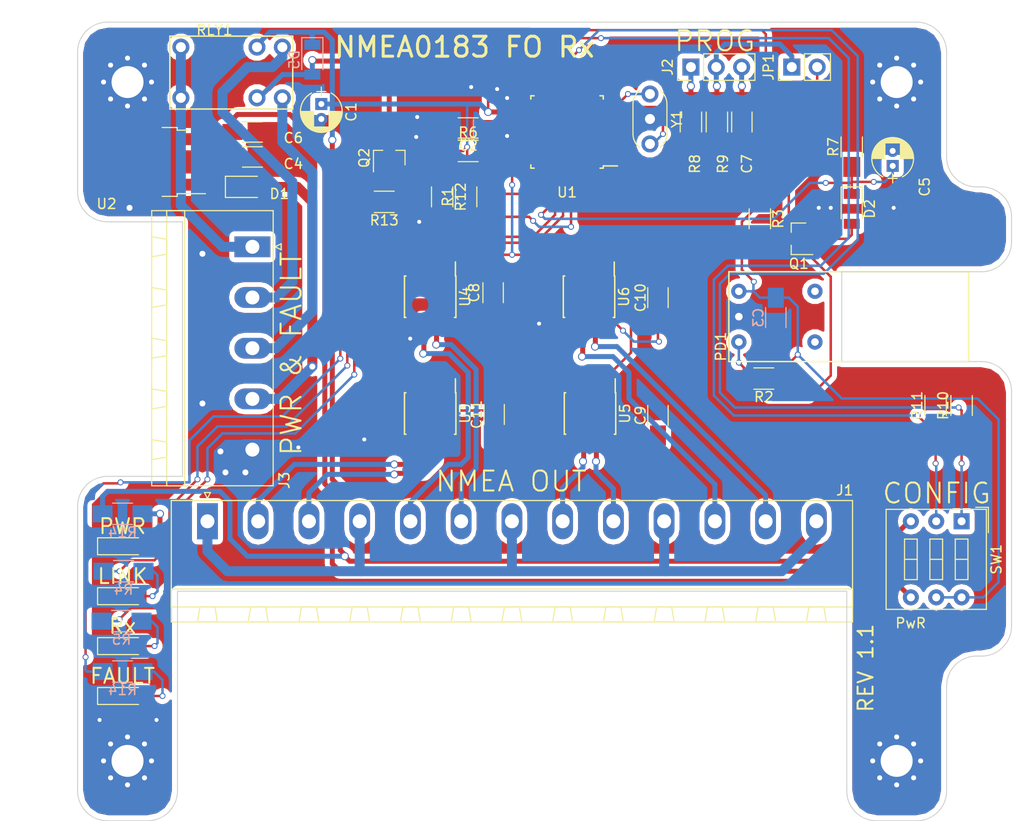
<source format=kicad_pcb>
(kicad_pcb (version 4) (host pcbnew 4.0.7)
  (layers (0 F.Cu signal) (31 B.Cu signal hide) (34 B.Paste user) (35 F.Paste user) (36 B.SilkS user) (37 F.SilkS user) (38 B.Mask user) (39 F.Mask user) (44 Edge.Cuts user))
  (net 0 "")
  (net 1 +5V)
  (net 2 GND)
  (net 3 "Net-(C2-Pad1)")
  (net 4 "Net-(C4-Pad1)")
  (net 5 /Link)
  (net 6 /+5V_Sw)
  (net 7 /Reset)
  (net 8 "Net-(C7-Pad2)")
  (net 9 /PwR)
  (net 10 /Fibre_Rx_TTL)
  (net 11 "Net-(D3-Pad2)")
  (net 12 "Net-(D4-Pad2)")
  (net 13 "Net-(D5-Pad2)")
  (net 14 "Net-(D6-Pad2)")
  (net 15 Earth)
  (net 16 /TxA+)
  (net 17 /TxA-)
  (net 18 /TxB+)
  (net 19 /TxB-)
  (net 20 /TxC+)
  (net 21 /TxC-)
  (net 22 /TxD+)
  (net 23 /TxD-)
  (net 24 "Net-(J2-Pad1)")
  (net 25 "Net-(J2-Pad2)")
  (net 26 /COM)
  (net 27 /Link_Fail_NO)
  (net 28 /Link_Fail_NC)
  (net 29 "Net-(PD1-Pad1)")
  (net 30 "Net-(Q2-Pad1)")
  (net 31 /Link_LED)
  (net 32 /RX_LED)
  (net 33 "Net-(R6-Pad2)")
  (net 34 "Net-(R8-Pad1)")
  (net 35 "Net-(R9-Pad2)")
  (net 36 /Config_0)
  (net 37 /Config_1)
  (net 38 /Link_Fail)
  (net 39 "Net-(U1-Pad1)")
  (net 40 "Net-(U1-Pad2)")
  (net 41 "Net-(U1-Pad7)")
  (net 42 "Net-(U1-Pad8)")
  (net 43 "Net-(U1-Pad9)")
  (net 44 "Net-(U1-Pad10)")
  (net 45 "Net-(U1-Pad11)")
  (net 46 "Net-(U1-Pad14)")
  (net 47 "Net-(U1-Pad15)")
  (net 48 "Net-(U1-Pad16)")
  (net 49 "Net-(U1-Pad17)")
  (net 50 "Net-(U1-Pad19)")
  (net 51 "Net-(U1-Pad22)")
  (net 52 /RS422TTL)
  (net 53 "Net-(U1-Pad32)")
  (net 54 "Net-(U3-Pad1)")
  (net 55 "Net-(U4-Pad1)")
  (net 56 "Net-(U5-Pad1)")
  (net 57 "Net-(U6-Pad1)")
  (module Resistors_SMD:R_1206_HandSoldering (layer B.Cu) (at 26 82.05)
    (fp_text reference R14 (at 0 1.85) (layer B.SilkS) (effects (justify mirror)))
    (fp_text value 330R)
    (pad 1 smd rect (at -2 0) (size 2 1.7) (layers B.Cu B.Paste B.Mask) (net 38 /Link_Fail))
    (pad 2 smd rect (at 2 0) (size 2 1.7) (layers B.Cu B.Paste B.Mask))
  )
  (module Opto:SFH551 (layer F.Cu) (at 86.7 46.5 270)
    (fp_text reference PD1 (at 3 0.8 270) (layer F.SilkS))
    (fp_text value SFH551)
    (pad 1 thru_hole circle (at 2.54 -1 270) (size 1.524 1.524) (drill 0.762) (layers *.Cu *.Mask) (net 29 "Net-(PD1-Pad1)"))
    (pad 2 thru_hole circle (at 0 -1 270) (size 1.524 1.524) (drill 0.762) (layers *.Cu *.Mask) (net 2 GND))
    (pad 3 thru_hole circle (at -2.54 -1 270) (size 1.524 1.524) (drill 0.762) (layers *.Cu *.Mask) (net 1 +5V))
    (pad 4 thru_hole circle (at 2.54 -8.62 270) (size 1.524 1.524) (drill 0.762) (layers *.Cu *.Mask))
    (pad 5 thru_hole circle (at -2.54 -8.62 270) (size 1.524 1.524) (drill 0.762) (layers *.Cu *.Mask))
  )
  (module LEDs:LED_1206 (layer F.Cu) (at 26 84.5)
    (fp_text reference FAULT (at 0 -2) (layer F.SilkS) (effects (font (size 1.5 1.5) (thickness 0.2))))
    (fp_text value LED_1206)
    (pad 2 smd rect (at 1.65 0 180) (size 1.5 1.5) (layers F.Cu F.Paste F.Mask))
    (pad 1 smd rect (at -1.65 0 180) (size 1.5 1.5) (layers F.Cu F.Paste F.Mask) (net 2 GND))
  )
  (module G5V-1 (layer F.Cu) (at 42 19.5 180)
    (fp_text reference RLY1 (at 6.8 1.7 180) (layer F.SilkS))
    (fp_text value G5V-1)
    (pad 1 thru_hole circle (at 0 0 180) (size 1.7 1.7) (drill 1) (layers *.Cu *.Mask) (net 27 /Link_Fail_NO))
    (pad 2 thru_hole circle (at 0 -5.08 180) (size 1.7 1.7) (drill 1) (layers *.Cu *.Mask) (net 28 /Link_Fail_NC))
    (pad 3 thru_hole circle (at 2.54 -5.08 180) (size 1.7 1.7) (drill 1) (layers *.Cu *.Mask) (net 13 "Net-(D5-Pad2)"))
    (pad 4 thru_hole circle (at 2.54 0 180) (size 1.7 1.7) (drill 1) (layers *.Cu *.Mask) (net 1 +5V))
    (pad 5 thru_hole circle (at 10.16 -5.08 180) (size 1.7 1.7) (drill 1) (layers *.Cu *.Mask) (net 26 /COM))
    (pad 6 thru_hole circle (at 10.16 0 180) (size 1.7 1.7) (drill 1) (layers *.Cu *.Mask) (net 26 /COM))
  )
  (module Mounting_Holes:MountingHole_3.2mm_M3_Pad_Via (layer F.Cu) (at 26.5 23)
    (fp_text reference REF** hide)
    (fp_text value MountingHole_3.2mm_M3_Pad_Via)
    (pad 1 thru_hole circle (at 0 0) (size 6.4 6.4) (drill 3.2) (layers *.Cu *.Mask) (net 2 GND))
    (pad 1 thru_hole circle (at 2.4 0) (size 0.8 0.8) (drill 0.5) (layers *.Cu *.Mask) (net 2 GND))
    (pad 1 thru_hole circle (at 1.697056 1.697056) (size 0.8 0.8) (drill 0.5) (layers *.Cu *.Mask) (net 2 GND))
    (pad 1 thru_hole circle (at 0 2.4) (size 0.8 0.8) (drill 0.5) (layers *.Cu *.Mask) (net 2 GND))
    (pad 1 thru_hole circle (at -1.697056 1.697056) (size 0.8 0.8) (drill 0.5) (layers *.Cu *.Mask) (net 2 GND))
    (pad 1 thru_hole circle (at -2.4 0) (size 0.8 0.8) (drill 0.5) (layers *.Cu *.Mask) (net 2 GND))
    (pad 1 thru_hole circle (at -1.697056 -1.697056) (size 0.8 0.8) (drill 0.5) (layers *.Cu *.Mask) (net 2 GND))
    (pad 1 thru_hole circle (at 0 -2.4) (size 0.8 0.8) (drill 0.5) (layers *.Cu *.Mask) (net 2 GND))
    (pad 1 thru_hole circle (at 1.697056 -1.697056) (size 0.8 0.8) (drill 0.5) (layers *.Cu *.Mask) (net 2 GND))
  )
  (module Mounting_Holes:MountingHole_3.2mm_M3_Pad_Via (layer F.Cu) (at 103.5 23)
    (fp_text reference REF** hide)
    (fp_text value MountingHole_3.2mm_M3_Pad_Via)
    (pad 1 thru_hole circle (at 0 0) (size 6.4 6.4) (drill 3.2) (layers *.Cu *.Mask) (net 2 GND))
    (pad 1 thru_hole circle (at 2.4 0) (size 0.8 0.8) (drill 0.5) (layers *.Cu *.Mask) (net 2 GND))
    (pad 1 thru_hole circle (at 1.697056 1.697056) (size 0.8 0.8) (drill 0.5) (layers *.Cu *.Mask) (net 2 GND))
    (pad 1 thru_hole circle (at 0 2.4) (size 0.8 0.8) (drill 0.5) (layers *.Cu *.Mask) (net 2 GND))
    (pad 1 thru_hole circle (at -1.697056 1.697056) (size 0.8 0.8) (drill 0.5) (layers *.Cu *.Mask) (net 2 GND))
    (pad 1 thru_hole circle (at -2.4 0) (size 0.8 0.8) (drill 0.5) (layers *.Cu *.Mask) (net 2 GND))
    (pad 1 thru_hole circle (at -1.697056 -1.697056) (size 0.8 0.8) (drill 0.5) (layers *.Cu *.Mask) (net 2 GND))
    (pad 1 thru_hole circle (at 0 -2.4) (size 0.8 0.8) (drill 0.5) (layers *.Cu *.Mask) (net 2 GND))
    (pad 1 thru_hole circle (at 1.697056 -1.697056) (size 0.8 0.8) (drill 0.5) (layers *.Cu *.Mask) (net 2 GND))
  )
  (module Mounting_Holes:MountingHole_3.2mm_M3_Pad_Via (layer F.Cu) (at 26.5 91)
    (fp_text reference REF** hide)
    (fp_text value MountingHole_3.2mm_M3_Pad_Via)
    (pad 1 thru_hole circle (at 0 0) (size 6.4 6.4) (drill 3.2) (layers *.Cu *.Mask) (net 2 GND))
    (pad 1 thru_hole circle (at 2.4 0) (size 0.8 0.8) (drill 0.5) (layers *.Cu *.Mask) (net 2 GND))
    (pad 1 thru_hole circle (at 1.697056 1.697056) (size 0.8 0.8) (drill 0.5) (layers *.Cu *.Mask) (net 2 GND))
    (pad 1 thru_hole circle (at 0 2.4) (size 0.8 0.8) (drill 0.5) (layers *.Cu *.Mask) (net 2 GND))
    (pad 1 thru_hole circle (at -1.697056 1.697056) (size 0.8 0.8) (drill 0.5) (layers *.Cu *.Mask) (net 2 GND))
    (pad 1 thru_hole circle (at -2.4 0) (size 0.8 0.8) (drill 0.5) (layers *.Cu *.Mask) (net 2 GND))
    (pad 1 thru_hole circle (at -1.697056 -1.697056) (size 0.8 0.8) (drill 0.5) (layers *.Cu *.Mask) (net 2 GND))
    (pad 1 thru_hole circle (at 0 -2.4) (size 0.8 0.8) (drill 0.5) (layers *.Cu *.Mask) (net 2 GND))
    (pad 1 thru_hole circle (at 1.697056 -1.697056) (size 0.8 0.8) (drill 0.5) (layers *.Cu *.Mask) (net 2 GND))
  )
  (module Mounting_Holes:MountingHole_3.2mm_M3_Pad_Via (layer F.Cu) (at 103.5 91)
    (fp_text reference REF** hide)
    (fp_text value MountingHole_3.2mm_M3_Pad_Via)
    (pad 1 thru_hole circle (at 0 0) (size 6.4 6.4) (drill 3.2) (layers *.Cu *.Mask) (net 2 GND))
    (pad 1 thru_hole circle (at 2.4 0) (size 0.8 0.8) (drill 0.5) (layers *.Cu *.Mask) (net 2 GND))
    (pad 1 thru_hole circle (at 1.697056 1.697056) (size 0.8 0.8) (drill 0.5) (layers *.Cu *.Mask) (net 2 GND))
    (pad 1 thru_hole circle (at 0 2.4) (size 0.8 0.8) (drill 0.5) (layers *.Cu *.Mask) (net 2 GND))
    (pad 1 thru_hole circle (at -1.697056 1.697056) (size 0.8 0.8) (drill 0.5) (layers *.Cu *.Mask) (net 2 GND))
    (pad 1 thru_hole circle (at -2.4 0) (size 0.8 0.8) (drill 0.5) (layers *.Cu *.Mask) (net 2 GND))
    (pad 1 thru_hole circle (at -1.697056 -1.697056) (size 0.8 0.8) (drill 0.5) (layers *.Cu *.Mask) (net 2 GND))
    (pad 1 thru_hole circle (at 0 -2.4) (size 0.8 0.8) (drill 0.5) (layers *.Cu *.Mask) (net 2 GND))
    (pad 1 thru_hole circle (at 1.697056 -1.697056) (size 0.8 0.8) (drill 0.5) (layers *.Cu *.Mask) (net 2 GND))
  )
  (module Capacitors_THT:CP_Radial_D4.0mm_P1.50mm (layer F.Cu) (at 45.9 25.2 270)
    (fp_text reference C1 (at 0.8 -3 270) (layer F.SilkS))
    (fp_text value 4.7u)
    (pad 1 thru_hole rect (at 0 0 270) (size 1.2 1.2) (drill 0.6) (layers *.Cu *.Mask) (net 1 +5V))
    (pad 2 thru_hole circle (at 1.5 0 270) (size 1.2 1.2) (drill 0.6) (layers *.Cu *.Mask) (net 2 GND))
  )
  (module Capacitors_SMD:C_1206_HandSoldering (layer F.Cu) (at 60.6 27.6 180)
    (fp_text reference C2 (at 0 -1.75 180) (layer F.SilkS))
    (fp_text value 100n)
    (pad 1 smd rect (at -2 0 180) (size 2 1.6) (layers F.Cu F.Paste F.Mask) (net 3 "Net-(C2-Pad1)"))
    (pad 2 smd rect (at 2 0 180) (size 2 1.6) (layers F.Cu F.Paste F.Mask) (net 2 GND))
  )
  (module Capacitors_SMD:C_1206_HandSoldering (layer B.Cu) (at 91.4 46.6 270)
    (fp_text reference C3 (at 0 1.75 270) (layer B.SilkS) (effects (justify mirror)))
    (fp_text value 100nF)
    (pad 1 smd rect (at -2 0 270) (size 2 1.6) (layers B.Cu B.Paste B.Mask) (net 1 +5V))
    (pad 2 smd rect (at 2 0 270) (size 2 1.6) (layers B.Cu B.Paste B.Mask) (net 2 GND))
  )
  (module Capacitors_SMD:C_1206_HandSoldering (layer F.Cu) (at 39 30.5)
    (fp_text reference C4 (at 4.1 0.7) (layer F.SilkS))
    (fp_text value 0.22u)
    (pad 1 smd rect (at -2 0) (size 2 1.6) (layers F.Cu F.Paste F.Mask) (net 4 "Net-(C4-Pad1)"))
    (pad 2 smd rect (at 2 0) (size 2 1.6) (layers F.Cu F.Paste F.Mask) (net 2 GND))
  )
  (module Capacitors_THT:CP_Radial_D4.0mm_P1.50mm (layer F.Cu) (at 103.1 31.4 90)
    (fp_text reference C5 (at -2.1 3.2 90) (layer F.SilkS))
    (fp_text value 4.7uF)
    (pad 1 thru_hole rect (at 0 0 90) (size 1.2 1.2) (drill 0.6) (layers *.Cu *.Mask) (net 5 /Link))
    (pad 2 thru_hole circle (at 1.5 0 90) (size 1.2 1.2) (drill 0.6) (layers *.Cu *.Mask) (net 2 GND))
  )
  (module Capacitors_SMD:C_1206_HandSoldering (layer F.Cu) (at 39 28)
    (fp_text reference C6 (at 4.1 0.6) (layer F.SilkS))
    (fp_text value 0.1u)
    (pad 1 smd rect (at -2 0) (size 2 1.6) (layers F.Cu F.Paste F.Mask) (net 6 /+5V_Sw))
    (pad 2 smd rect (at 2 0) (size 2 1.6) (layers F.Cu F.Paste F.Mask) (net 2 GND))
  )
  (module Capacitors_SMD:C_1206_HandSoldering (layer F.Cu) (at 88 27 90)
    (fp_text reference C7 (at -4.2 0.5 90) (layer F.SilkS))
    (fp_text value 100n)
    (pad 1 smd rect (at -2 0 90) (size 2 1.6) (layers F.Cu F.Paste F.Mask) (net 7 /Reset))
    (pad 2 smd rect (at 2 0 90) (size 2 1.6) (layers F.Cu F.Paste F.Mask) (net 8 "Net-(C7-Pad2)"))
  )
  (module Capacitors_SMD:C_1206_HandSoldering (layer F.Cu) (at 63.1 44.1 270)
    (fp_text reference C8 (at 0 1.9 270) (layer F.SilkS))
    (fp_text value 0.1u)
    (pad 1 smd rect (at -2 0 270) (size 2 1.6) (layers F.Cu F.Paste F.Mask) (net 1 +5V))
    (pad 2 smd rect (at 2 0 270) (size 2 1.6) (layers F.Cu F.Paste F.Mask) (net 2 GND))
  )
  (module Capacitors_SMD:C_1206_HandSoldering (layer F.Cu) (at 79.6 56.4 90)
    (fp_text reference C9 (at 0 -1.75 90) (layer F.SilkS))
    (fp_text value 0.1u)
    (pad 1 smd rect (at -2 0 90) (size 2 1.6) (layers F.Cu F.Paste F.Mask) (net 1 +5V))
    (pad 2 smd rect (at 2 0 90) (size 2 1.6) (layers F.Cu F.Paste F.Mask) (net 2 GND))
  )
  (module Capacitors_SMD:C_1206_HandSoldering (layer F.Cu) (at 79.6 44.6 90)
    (fp_text reference C10 (at 0 -1.75 90) (layer F.SilkS))
    (fp_text value 0.1u)
    (pad 1 smd rect (at -2 0 90) (size 2 1.6) (layers F.Cu F.Paste F.Mask) (net 1 +5V))
    (pad 2 smd rect (at 2 0 90) (size 2 1.6) (layers F.Cu F.Paste F.Mask) (net 2 GND))
  )
  (module Capacitors_SMD:C_1206_HandSoldering (layer F.Cu) (at 63.2 56.3 90)
    (fp_text reference C11 (at 0 -1.75 90) (layer F.SilkS))
    (fp_text value 0.1u)
    (pad 1 smd rect (at -2 0 90) (size 2 1.6) (layers F.Cu F.Paste F.Mask) (net 1 +5V))
    (pad 2 smd rect (at 2 0 90) (size 2 1.6) (layers F.Cu F.Paste F.Mask) (net 2 GND))
  )
  (module Diodes_SMD:D_1206 (layer F.Cu) (at 38.5 33.5)
    (fp_text reference D1 (at 3.2 0.7) (layer F.SilkS))
    (fp_text value " 1N4001W")
    (pad 1 smd rect (at -1.5 0) (size 1 1.6) (layers F.Cu F.Paste F.Mask) (net 4 "Net-(C4-Pad1)"))
    (pad 2 smd rect (at 1.5 0) (size 1 1.6) (layers F.Cu F.Paste F.Mask) (net 9 /PwR))
  )
  (module Diodes_SMD:D_1206 (layer F.Cu) (at 99 35.7 270)
    (fp_text reference D2 (at 0 -1.8 270) (layer F.SilkS))
    (fp_text value 1N4001W)
    (pad 1 smd rect (at -1.5 0 270) (size 1 1.6) (layers F.Cu F.Paste F.Mask) (net 5 /Link))
    (pad 2 smd rect (at 1.5 0 270) (size 1 1.6) (layers F.Cu F.Paste F.Mask) (net 10 /Fibre_Rx_TTL))
  )
  (module Diodes_SMD:D_1206 (layer B.Cu) (at 45 20.75 270)
    (fp_text reference D5 (at 0 1.8 270) (layer B.SilkS) (effects (justify mirror)))
    (fp_text value " 1N4001W")
    (pad 1 smd rect (at -1.5 0 270) (size 1 1.6) (layers B.Cu B.Paste B.Mask) (net 1 +5V))
    (pad 2 smd rect (at 1.5 0 270) (size 1 1.6) (layers B.Cu B.Paste B.Mask) (net 13 "Net-(D5-Pad2)"))
  )
  (module Connectors_Phoenix:PhoenixContact_MSTBA-G_13x5.08mm_Angled (layer F.Cu) (at 34.5 67)
    (fp_text reference J1 (at 63.8 -3.1) (layer F.SilkS))
    (fp_text value NMEA)
    (pad 1 thru_hole rect (at 0 0) (size 2.08 3.6) (drill 1.4) (layers *.Cu *.Mask) (net 15 Earth))
    (pad 2 thru_hole oval (at 5.08 0) (size 2.08 3.6) (drill 1.4) (layers *.Cu *.Mask) (net 16 /TxA+))
    (pad 3 thru_hole oval (at 10.16 0) (size 2.08 3.6) (drill 1.4) (layers *.Cu *.Mask) (net 17 /TxA-))
    (pad 4 thru_hole oval (at 15.24 0) (size 2.08 3.6) (drill 1.4) (layers *.Cu *.Mask) (net 15 Earth))
    (pad 5 thru_hole oval (at 20.32 0) (size 2.08 3.6) (drill 1.4) (layers *.Cu *.Mask) (net 18 /TxB+))
    (pad 6 thru_hole oval (at 25.4 0) (size 2.08 3.6) (drill 1.4) (layers *.Cu *.Mask) (net 19 /TxB-))
    (pad 7 thru_hole oval (at 30.48 0) (size 2.08 3.6) (drill 1.4) (layers *.Cu *.Mask) (net 15 Earth))
    (pad 8 thru_hole oval (at 35.56 0) (size 2.08 3.6) (drill 1.4) (layers *.Cu *.Mask) (net 20 /TxC+))
    (pad 9 thru_hole oval (at 40.64 0) (size 2.08 3.6) (drill 1.4) (layers *.Cu *.Mask) (net 21 /TxC-))
    (pad 10 thru_hole oval (at 45.72 0) (size 2.08 3.6) (drill 1.4) (layers *.Cu *.Mask) (net 15 Earth))
    (pad 11 thru_hole oval (at 50.8 0) (size 2.08 3.6) (drill 1.4) (layers *.Cu *.Mask) (net 22 /TxD+))
    (pad 12 thru_hole oval (at 55.88 0) (size 2.08 3.6) (drill 1.4) (layers *.Cu *.Mask) (net 23 /TxD-))
    (pad 13 thru_hole oval (at 60.96 0) (size 2.08 3.6) (drill 1.4) (layers *.Cu *.Mask) (net 15 Earth))
  )
  (module Connectors_Phoenix:PhoenixContact_MSTBA-G_05x5.08mm_Angled (layer F.Cu) (at 39 39.5 270)
    (fp_text reference J3 (at 23.4 -3.2 270) (layer F.SilkS))
    (fp_text value "PwR & Fault")
    (pad 1 thru_hole rect (at 0 0 270) (size 2.08 3.6) (drill 1.4) (layers *.Cu *.Mask) (net 26 /COM))
    (pad 2 thru_hole oval (at 5.08 0 270) (size 2.08 3.6) (drill 1.4) (layers *.Cu *.Mask) (net 27 /Link_Fail_NO))
    (pad 3 thru_hole oval (at 10.16 0 270) (size 2.08 3.6) (drill 1.4) (layers *.Cu *.Mask) (net 28 /Link_Fail_NC))
    (pad 4 thru_hole oval (at 15.24 0 270) (size 2.08 3.6) (drill 1.4) (layers *.Cu *.Mask) (net 9 /PwR))
    (pad 5 thru_hole oval (at 20.32 0 270) (size 2.08 3.6) (drill 1.4) (layers *.Cu *.Mask) (net 2 GND))
  )
  (module Pin_Headers:Pin_Header_Straight_1x02_Pitch2.54mm (layer F.Cu) (at 93 21.5 90)
    (fp_text reference JP1 (at 0 -2.33 90) (layer F.SilkS))
    (fp_text value Jumper_NC_Small)
    (pad 1 thru_hole rect (at 0 0 90) (size 1.7 1.7) (drill 1) (layers *.Cu *.Mask) (net 25 "Net-(J2-Pad2)"))
    (pad 2 thru_hole oval (at 0 2.54 90) (size 1.7 1.7) (drill 1) (layers *.Cu *.Mask) (net 10 /Fibre_Rx_TTL))
  )
  (module Resistors_SMD:R_1206_HandSoldering (layer F.Cu) (at 60.4 34.5 90)
    (fp_text reference R1 (at 0 -1.85 90) (layer F.SilkS))
    (fp_text value 10K)
    (pad 1 smd rect (at -2 0 90) (size 2 1.7) (layers F.Cu F.Paste F.Mask) (net 7 /Reset))
    (pad 2 smd rect (at 2 0 90) (size 2 1.7) (layers F.Cu F.Paste F.Mask) (net 1 +5V))
  )
  (module Resistors_SMD:R_1206_HandSoldering (layer F.Cu) (at 90.2 52.7 180)
    (fp_text reference R2 (at 0 -1.85 180) (layer F.SilkS))
    (fp_text value 10K)
    (pad 1 smd rect (at -2 0 180) (size 2 1.7) (layers F.Cu F.Paste F.Mask) (net 1 +5V))
    (pad 2 smd rect (at 2 0 180) (size 2 1.7) (layers F.Cu F.Paste F.Mask) (net 29 "Net-(PD1-Pad1)"))
  )
  (module Resistors_SMD:R_1206_HandSoldering (layer F.Cu) (at 89.8 36.7 270)
    (fp_text reference R3 (at 0 -1.85 270) (layer F.SilkS))
    (fp_text value 10K)
    (pad 1 smd rect (at -2 0 270) (size 2 1.7) (layers F.Cu F.Paste F.Mask) (net 1 +5V))
    (pad 2 smd rect (at 2 0 270) (size 2 1.7) (layers F.Cu F.Paste F.Mask) (net 10 /Fibre_Rx_TTL))
  )
  (module Resistors_SMD:R_1206_HandSoldering (layer B.Cu) (at 26.1 72)
    (fp_text reference R4 (at 0 1.85) (layer B.SilkS) (effects (justify mirror)))
    (fp_text value 330R)
    (pad 1 smd rect (at -2 0) (size 2 1.7) (layers B.Cu B.Paste B.Mask) (net 31 /Link_LED))
    (pad 2 smd rect (at 2 0) (size 2 1.7) (layers B.Cu B.Paste B.Mask) (net 11 "Net-(D3-Pad2)"))
  )
  (module Resistors_SMD:R_1206_HandSoldering (layer B.Cu) (at 25.9 77)
    (fp_text reference R5 (at 0 1.85) (layer B.SilkS) (effects (justify mirror)))
    (fp_text value 330R)
    (pad 1 smd rect (at -2 0) (size 2 1.7) (layers B.Cu B.Paste B.Mask) (net 32 /RX_LED))
    (pad 2 smd rect (at 2 0) (size 2 1.7) (layers B.Cu B.Paste B.Mask) (net 12 "Net-(D4-Pad2)"))
  )
  (module Resistors_SMD:R_1206_HandSoldering (layer F.Cu) (at 60.6 29.9)
    (fp_text reference R6 (at 0 -1.85) (layer F.SilkS))
    (fp_text value 10K)
    (pad 1 smd rect (at -2 0) (size 2 1.7) (layers F.Cu F.Paste F.Mask) (net 1 +5V))
    (pad 2 smd rect (at 2 0) (size 2 1.7) (layers F.Cu F.Paste F.Mask) (net 33 "Net-(R6-Pad2)"))
  )
  (module Resistors_SMD:R_1206_HandSoldering (layer F.Cu) (at 99 29.5 90)
    (fp_text reference R7 (at 0 -1.85 90) (layer F.SilkS))
    (fp_text value 100K)
    (pad 1 smd rect (at -2 0 90) (size 2 1.7) (layers F.Cu F.Paste F.Mask) (net 5 /Link))
    (pad 2 smd rect (at 2 0 90) (size 2 1.7) (layers F.Cu F.Paste F.Mask) (net 2 GND))
  )
  (module Resistors_SMD:R_1206_HandSoldering (layer F.Cu) (at 85.5 27 90)
    (fp_text reference R8 (at -4.2 -2.2 90) (layer F.SilkS))
    (fp_text value 1K)
    (pad 1 smd rect (at -2 0 90) (size 2 1.7) (layers F.Cu F.Paste F.Mask) (net 34 "Net-(R8-Pad1)"))
    (pad 2 smd rect (at 2 0 90) (size 2 1.7) (layers F.Cu F.Paste F.Mask) (net 25 "Net-(J2-Pad2)"))
  )
  (module Resistors_SMD:R_1206_HandSoldering (layer F.Cu) (at 82.9 27 270)
    (fp_text reference R9 (at 4.2 -3.2 270) (layer F.SilkS))
    (fp_text value 1K)
    (pad 1 smd rect (at -2 0 270) (size 2 1.7) (layers F.Cu F.Paste F.Mask) (net 24 "Net-(J2-Pad1)"))
    (pad 2 smd rect (at 2 0 270) (size 2 1.7) (layers F.Cu F.Paste F.Mask) (net 35 "Net-(R9-Pad2)"))
  )
  (module Resistors_SMD:R_1206_HandSoldering (layer F.Cu) (at 110 55.4 90)
    (fp_text reference R10 (at 0 -1.85 90) (layer F.SilkS))
    (fp_text value 10K)
    (pad 1 smd rect (at -2 0 90) (size 2 1.7) (layers F.Cu F.Paste F.Mask) (net 36 /Config_0))
    (pad 2 smd rect (at 2 0 90) (size 2 1.7) (layers F.Cu F.Paste F.Mask) (net 2 GND))
  )
  (module Resistors_SMD:R_1206_HandSoldering (layer F.Cu) (at 107.4 55.4 90)
    (fp_text reference R11 (at 0 -1.85 90) (layer F.SilkS))
    (fp_text value 10K)
    (pad 1 smd rect (at -2 0 90) (size 2 1.7) (layers F.Cu F.Paste F.Mask) (net 37 /Config_1))
    (pad 2 smd rect (at 2 0 90) (size 2 1.7) (layers F.Cu F.Paste F.Mask) (net 2 GND))
  )
  (module Resistors_SMD:R_1206_HandSoldering (layer F.Cu) (at 58 34.5 270)
    (fp_text reference R12 (at 0 -1.85 270) (layer F.SilkS))
    (fp_text value 10k)
    (pad 1 smd rect (at -2 0 270) (size 2 1.7) (layers F.Cu F.Paste F.Mask) (net 38 /Link_Fail))
    (pad 2 smd rect (at 2 0 270) (size 2 1.7) (layers F.Cu F.Paste F.Mask) (net 2 GND))
  )
  (module Resistors_SMD:R_1206_HandSoldering (layer F.Cu) (at 52.2 35 180)
    (fp_text reference R13 (at 0 -1.85 180) (layer F.SilkS))
    (fp_text value 1k)
    (pad 1 smd rect (at -2 0 180) (size 2 1.7) (layers F.Cu F.Paste F.Mask) (net 38 /Link_Fail))
    (pad 2 smd rect (at 2 0 180) (size 2 1.7) (layers F.Cu F.Paste F.Mask) (net 30 "Net-(Q2-Pad1)"))
  )
  (module Resistors_SMD:R_1206_HandSoldering (layer B.Cu) (at 26 66.25)
    (fp_text reference R14 (at 0 1.85) (layer B.SilkS) (effects (justify mirror)))
    (fp_text value 330R)
    (pad 1 smd rect (at -2 0) (size 2 1.7) (layers B.Cu B.Paste B.Mask) (net 1 +5V))
    (pad 2 smd rect (at 2 0) (size 2 1.7) (layers B.Cu B.Paste B.Mask) (net 14 "Net-(D6-Pad2)"))
  )
  (module Buttons_Switches_THT:SW_DIP_x3_W7.62mm_Slide (layer F.Cu) (at 110 67 270)
    (fp_text reference SW1 (at 3.81 -3.48 270) (layer F.SilkS))
    (fp_text value Config)
    (pad 1 thru_hole rect (at 0 0 270) (size 1.6 1.6) (drill 0.8) (layers *.Cu *.Mask) (net 36 /Config_0))
    (pad 4 thru_hole oval (at 7.62 5.08 270) (size 1.6 1.6) (drill 0.8) (layers *.Cu *.Mask) (net 6 /+5V_Sw))
    (pad 2 thru_hole oval (at 0 2.54 270) (size 1.6 1.6) (drill 0.8) (layers *.Cu *.Mask) (net 37 /Config_1))
    (pad 5 thru_hole oval (at 7.62 2.54 270) (size 1.6 1.6) (drill 0.8) (layers *.Cu *.Mask) (net 1 +5V))
    (pad 3 thru_hole oval (at 0 5.08 270) (size 1.6 1.6) (drill 0.8) (layers *.Cu *.Mask) (net 1 +5V))
    (pad 6 thru_hole oval (at 7.62 0 270) (size 1.6 1.6) (drill 0.8) (layers *.Cu *.Mask) (net 1 +5V))
  )
  (module Housings_QFP:TQFP-32_7x7mm_Pitch0.8mm (layer F.Cu) (at 70.5 28 180)
    (fp_text reference U1 (at 0 -6.05 180) (layer F.SilkS))
    (fp_text value ATMEGA328P-AU)
    (pad 1 smd rect (at -4.25 -2.8 180) (size 1.6 0.55) (layers F.Cu F.Paste F.Mask) (net 39 "Net-(U1-Pad1)"))
    (pad 2 smd rect (at -4.25 -2 180) (size 1.6 0.55) (layers F.Cu F.Paste F.Mask) (net 40 "Net-(U1-Pad2)"))
    (pad 3 smd rect (at -4.25 -1.2 180) (size 1.6 0.55) (layers F.Cu F.Paste F.Mask) (net 2 GND))
    (pad 4 smd rect (at -4.25 -0.4 180) (size 1.6 0.55) (layers F.Cu F.Paste F.Mask) (net 1 +5V))
    (pad 5 smd rect (at -4.25 0.4 180) (size 1.6 0.55) (layers F.Cu F.Paste F.Mask) (net 2 GND))
    (pad 6 smd rect (at -4.25 1.2 180) (size 1.6 0.55) (layers F.Cu F.Paste F.Mask) (net 1 +5V))
    (pad 7 smd rect (at -4.25 2 180) (size 1.6 0.55) (layers F.Cu F.Paste F.Mask) (net 41 "Net-(U1-Pad7)"))
    (pad 8 smd rect (at -4.25 2.8 180) (size 1.6 0.55) (layers F.Cu F.Paste F.Mask) (net 42 "Net-(U1-Pad8)"))
    (pad 9 smd rect (at -2.8 4.25 270) (size 1.6 0.55) (layers F.Cu F.Paste F.Mask) (net 43 "Net-(U1-Pad9)"))
    (pad 10 smd rect (at -2 4.25 270) (size 1.6 0.55) (layers F.Cu F.Paste F.Mask) (net 44 "Net-(U1-Pad10)"))
    (pad 11 smd rect (at -1.2 4.25 270) (size 1.6 0.55) (layers F.Cu F.Paste F.Mask) (net 45 "Net-(U1-Pad11)"))
    (pad 12 smd rect (at -0.4 4.25 270) (size 1.6 0.55) (layers F.Cu F.Paste F.Mask) (net 36 /Config_0))
    (pad 13 smd rect (at 0.4 4.25 270) (size 1.6 0.55) (layers F.Cu F.Paste F.Mask) (net 37 /Config_1))
    (pad 14 smd rect (at 1.2 4.25 270) (size 1.6 0.55) (layers F.Cu F.Paste F.Mask) (net 46 "Net-(U1-Pad14)"))
    (pad 15 smd rect (at 2 4.25 270) (size 1.6 0.55) (layers F.Cu F.Paste F.Mask) (net 47 "Net-(U1-Pad15)"))
    (pad 16 smd rect (at 2.8 4.25 270) (size 1.6 0.55) (layers F.Cu F.Paste F.Mask) (net 48 "Net-(U1-Pad16)"))
    (pad 17 smd rect (at 4.25 2.8 180) (size 1.6 0.55) (layers F.Cu F.Paste F.Mask) (net 49 "Net-(U1-Pad17)"))
    (pad 18 smd rect (at 4.25 2 180) (size 1.6 0.55) (layers F.Cu F.Paste F.Mask) (net 1 +5V))
    (pad 19 smd rect (at 4.25 1.2 180) (size 1.6 0.55) (layers F.Cu F.Paste F.Mask) (net 50 "Net-(U1-Pad19)"))
    (pad 20 smd rect (at 4.25 0.4 180) (size 1.6 0.55) (layers F.Cu F.Paste F.Mask) (net 3 "Net-(C2-Pad1)"))
    (pad 21 smd rect (at 4.25 -0.4 180) (size 1.6 0.55) (layers F.Cu F.Paste F.Mask) (net 2 GND))
    (pad 22 smd rect (at 4.25 -1.2 180) (size 1.6 0.55) (layers F.Cu F.Paste F.Mask) (net 51 "Net-(U1-Pad22)"))
    (pad 23 smd rect (at 4.25 -2 180) (size 1.6 0.55) (layers F.Cu F.Paste F.Mask) (net 33 "Net-(R6-Pad2)"))
    (pad 24 smd rect (at 4.25 -2.8 180) (size 1.6 0.55) (layers F.Cu F.Paste F.Mask) (net 52 /RS422TTL))
    (pad 25 smd rect (at 2.8 -4.25 270) (size 1.6 0.55) (layers F.Cu F.Paste F.Mask) (net 38 /Link_Fail))
    (pad 26 smd rect (at 2 -4.25 270) (size 1.6 0.55) (layers F.Cu F.Paste F.Mask) (net 5 /Link))
    (pad 27 smd rect (at 1.2 -4.25 270) (size 1.6 0.55) (layers F.Cu F.Paste F.Mask) (net 31 /Link_LED))
    (pad 28 smd rect (at 0.4 -4.25 270) (size 1.6 0.55) (layers F.Cu F.Paste F.Mask) (net 32 /RX_LED))
    (pad 29 smd rect (at -0.4 -4.25 270) (size 1.6 0.55) (layers F.Cu F.Paste F.Mask) (net 7 /Reset))
    (pad 30 smd rect (at -1.2 -4.25 270) (size 1.6 0.55) (layers F.Cu F.Paste F.Mask) (net 34 "Net-(R8-Pad1)"))
    (pad 31 smd rect (at -2 -4.25 270) (size 1.6 0.55) (layers F.Cu F.Paste F.Mask) (net 35 "Net-(R9-Pad2)"))
    (pad 32 smd rect (at -2.8 -4.25 270) (size 1.6 0.55) (layers F.Cu F.Paste F.Mask) (net 53 "Net-(U1-Pad32)"))
  )
  (module Housings_SOIC:SOIC-8_3.9x4.9mm_Pitch1.27mm (layer F.Cu) (at 56.8 56.2 270)
    (fp_text reference U3 (at 0 -3.5 270) (layer F.SilkS))
    (fp_text value MAX485E)
    (pad 1 smd rect (at -2.7 -1.905 270) (size 1.55 0.6) (layers F.Cu F.Paste F.Mask) (net 54 "Net-(U3-Pad1)"))
    (pad 2 smd rect (at -2.7 -0.635 270) (size 1.55 0.6) (layers F.Cu F.Paste F.Mask) (net 1 +5V))
    (pad 3 smd rect (at -2.7 0.635 270) (size 1.55 0.6) (layers F.Cu F.Paste F.Mask) (net 1 +5V))
    (pad 4 smd rect (at -2.7 1.905 270) (size 1.55 0.6) (layers F.Cu F.Paste F.Mask) (net 52 /RS422TTL))
    (pad 5 smd rect (at 2.7 1.905 270) (size 1.55 0.6) (layers F.Cu F.Paste F.Mask) (net 2 GND))
    (pad 6 smd rect (at 2.7 0.635 270) (size 1.55 0.6) (layers F.Cu F.Paste F.Mask) (net 16 /TxA+))
    (pad 7 smd rect (at 2.7 -0.635 270) (size 1.55 0.6) (layers F.Cu F.Paste F.Mask) (net 17 /TxA-))
    (pad 8 smd rect (at 2.7 -1.905 270) (size 1.55 0.6) (layers F.Cu F.Paste F.Mask) (net 1 +5V))
  )
  (module Housings_SOIC:SOIC-8_3.9x4.9mm_Pitch1.27mm (layer F.Cu) (at 56.8 44.5 270)
    (fp_text reference U4 (at 0 -3.5 270) (layer F.SilkS))
    (fp_text value MAX485E)
    (pad 1 smd rect (at -2.7 -1.905 270) (size 1.55 0.6) (layers F.Cu F.Paste F.Mask) (net 55 "Net-(U4-Pad1)"))
    (pad 2 smd rect (at -2.7 -0.635 270) (size 1.55 0.6) (layers F.Cu F.Paste F.Mask) (net 1 +5V))
    (pad 3 smd rect (at -2.7 0.635 270) (size 1.55 0.6) (layers F.Cu F.Paste F.Mask) (net 1 +5V))
    (pad 4 smd rect (at -2.7 1.905 270) (size 1.55 0.6) (layers F.Cu F.Paste F.Mask) (net 52 /RS422TTL))
    (pad 5 smd rect (at 2.7 1.905 270) (size 1.55 0.6) (layers F.Cu F.Paste F.Mask) (net 2 GND))
    (pad 6 smd rect (at 2.7 0.635 270) (size 1.55 0.6) (layers F.Cu F.Paste F.Mask) (net 18 /TxB+))
    (pad 7 smd rect (at 2.7 -0.635 270) (size 1.55 0.6) (layers F.Cu F.Paste F.Mask) (net 19 /TxB-))
    (pad 8 smd rect (at 2.7 -1.905 270) (size 1.55 0.6) (layers F.Cu F.Paste F.Mask) (net 1 +5V))
  )
  (module Housings_SOIC:SOIC-8_3.9x4.9mm_Pitch1.27mm (layer F.Cu) (at 72.8 56.2 270)
    (fp_text reference U5 (at 0 -3.5 270) (layer F.SilkS))
    (fp_text value MAX485E)
    (pad 1 smd rect (at -2.7 -1.905 270) (size 1.55 0.6) (layers F.Cu F.Paste F.Mask) (net 56 "Net-(U5-Pad1)"))
    (pad 2 smd rect (at -2.7 -0.635 270) (size 1.55 0.6) (layers F.Cu F.Paste F.Mask) (net 1 +5V))
    (pad 3 smd rect (at -2.7 0.635 270) (size 1.55 0.6) (layers F.Cu F.Paste F.Mask) (net 1 +5V))
    (pad 4 smd rect (at -2.7 1.905 270) (size 1.55 0.6) (layers F.Cu F.Paste F.Mask) (net 52 /RS422TTL))
    (pad 5 smd rect (at 2.7 1.905 270) (size 1.55 0.6) (layers F.Cu F.Paste F.Mask) (net 2 GND))
    (pad 6 smd rect (at 2.7 0.635 270) (size 1.55 0.6) (layers F.Cu F.Paste F.Mask) (net 20 /TxC+))
    (pad 7 smd rect (at 2.7 -0.635 270) (size 1.55 0.6) (layers F.Cu F.Paste F.Mask) (net 21 /TxC-))
    (pad 8 smd rect (at 2.7 -1.905 270) (size 1.55 0.6) (layers F.Cu F.Paste F.Mask) (net 1 +5V))
  )
  (module Housings_SOIC:SOIC-8_3.9x4.9mm_Pitch1.27mm (layer F.Cu) (at 72.7 44.5 270)
    (fp_text reference U6 (at 0 -3.5 270) (layer F.SilkS))
    (fp_text value MAX485E)
    (pad 1 smd rect (at -2.7 -1.905 270) (size 1.55 0.6) (layers F.Cu F.Paste F.Mask) (net 57 "Net-(U6-Pad1)"))
    (pad 2 smd rect (at -2.7 -0.635 270) (size 1.55 0.6) (layers F.Cu F.Paste F.Mask) (net 1 +5V))
    (pad 3 smd rect (at -2.7 0.635 270) (size 1.55 0.6) (layers F.Cu F.Paste F.Mask) (net 1 +5V))
    (pad 4 smd rect (at -2.7 1.905 270) (size 1.55 0.6) (layers F.Cu F.Paste F.Mask) (net 52 /RS422TTL))
    (pad 5 smd rect (at 2.7 1.905 270) (size 1.55 0.6) (layers F.Cu F.Paste F.Mask) (net 2 GND))
    (pad 6 smd rect (at 2.7 0.635 270) (size 1.55 0.6) (layers F.Cu F.Paste F.Mask) (net 22 /TxD+))
    (pad 7 smd rect (at 2.7 -0.635 270) (size 1.55 0.6) (layers F.Cu F.Paste F.Mask) (net 23 /TxD-))
    (pad 8 smd rect (at 2.7 -1.905 270) (size 1.55 0.6) (layers F.Cu F.Paste F.Mask) (net 1 +5V))
  )
  (module Crystals:Resonator-3pin_w6.0mm_h3.0mm (layer F.Cu) (at 78.8 24.2 270)
    (fp_text reference Y1 (at 2.5 -2.7 270) (layer F.SilkS))
    (fp_text value 16MHz)
    (pad 1 thru_hole circle (at 0 0 270) (size 1.7 1.7) (drill 1) (layers *.Cu *.Mask) (net 42 "Net-(U1-Pad8)"))
    (pad 2 thru_hole circle (at 2.5 0 270) (size 1.7 1.7) (drill 1) (layers *.Cu *.Mask) (net 2 GND))
    (pad 3 thru_hole circle (at 5 0 270) (size 1.7 1.7) (drill 1) (layers *.Cu *.Mask) (net 41 "Net-(U1-Pad7)"))
  )
  (module TO_SOT_Packages_SMD:TO-252-3_TabPin4 (layer F.Cu) (at 29 31 180)
    (fp_text reference U2 (at 4.6 -4.2 180) (layer F.SilkS))
    (fp_text value L7805)
    (pad 1 smd rect (at -4.2 -2.28 180) (size 2.2 1.2) (layers F.Cu F.Paste F.Mask) (net 4 "Net-(C4-Pad1)"))
    (pad 2 smd rect (at -4.2 0 180) (size 2.2 1.2) (layers F.Cu F.Paste F.Mask) (net 2 GND))
    (pad 3 smd rect (at -4.2 2.28 180) (size 2.2 1.2) (layers F.Cu F.Paste F.Mask) (net 6 /+5V_Sw))
    (pad 4 smd rect (at 2.1 0 180) (size 6.4 5.8) (layers F.Cu F.Mask) (net 2 GND))
    (pad 4 smd rect (at 3.775 1.525 180) (size 3.05 2.75) (layers F.Cu F.Paste))
    (pad 4 smd rect (at 0.425 -1.525 180) (size 3.05 2.75) (layers F.Cu F.Paste) (net 2 GND))
    (pad 4 smd rect (at 3.775 -1.525 180) (size 3.05 2.75) (layers F.Cu F.Paste))
    (pad 4 smd rect (at 0.425 1.525 180) (size 3.05 2.75) (layers F.Cu F.Paste))
  )
  (module LEDs:LED_1206 (layer F.Cu) (at 26 69.5)
    (fp_text reference PWR (at 0 -2) (layer F.SilkS) (effects (font (size 1.5 1.5) (thickness 0.2))))
    (fp_text value PwR)
    (pad 2 smd rect (at 1.65 0 180) (size 1.5 1.5) (layers F.Cu F.Paste F.Mask) (net 14 "Net-(D6-Pad2)"))
    (pad 1 smd rect (at -1.65 0 180) (size 1.5 1.5) (layers F.Cu F.Paste F.Mask) (net 2 GND))
  )
  (module LEDs:LED_1206 (layer F.Cu) (at 26 74.5)
    (fp_text reference LINK (at 0 -2) (layer F.SilkS) (effects (font (size 1.5 1.5) (thickness 0.2))))
    (fp_text value Link)
    (pad 2 smd rect (at 1.65 0 180) (size 1.5 1.5) (layers F.Cu F.Paste F.Mask) (net 11 "Net-(D3-Pad2)"))
    (pad 1 smd rect (at -1.65 0 180) (size 1.5 1.5) (layers F.Cu F.Paste F.Mask) (net 2 GND))
  )
  (module LEDs:LED_1206 (layer F.Cu) (at 26 79.5)
    (fp_text reference Rx (at 0 -2) (layer F.SilkS) (effects (font (size 1.5 1.5) (thickness 0.2))))
    (fp_text value Rx)
    (pad 2 smd rect (at 1.65 0 180) (size 1.5 1.5) (layers F.Cu F.Paste F.Mask) (net 12 "Net-(D4-Pad2)"))
    (pad 1 smd rect (at -1.65 0 180) (size 1.5 1.5) (layers F.Cu F.Paste F.Mask) (net 2 GND))
  )
  (module Pin_Headers:Pin_Header_Straight_1x03_Pitch2.54mm (layer F.Cu) (at 82.9 21.5 90)
    (fp_text reference J2 (at 0 -2.33 90) (layer F.SilkS))
    (fp_text value Prog)
    (pad 1 thru_hole rect (at 0 0 90) (size 1.7 1.7) (drill 1) (layers *.Cu *.Mask) (net 24 "Net-(J2-Pad1)"))
    (pad 2 thru_hole oval (at 0 2.54 90) (size 1.7 1.7) (drill 1) (layers *.Cu *.Mask) (net 25 "Net-(J2-Pad2)"))
    (pad 3 thru_hole oval (at 0 5.08 90) (size 1.7 1.7) (drill 1) (layers *.Cu *.Mask) (net 8 "Net-(C7-Pad2)"))
  )
  (module TO_SOT_Packages_SMD:SOT-23 (layer F.Cu) (at 52.7 30.6 90)
    (fp_text reference Q2 (at 0 -2.5 90) (layer F.SilkS))
    (fp_text value 2N3904)
    (pad 1 smd rect (at -1 -0.95 90) (size 0.9 0.8) (layers F.Cu F.Paste F.Mask) (net 30 "Net-(Q2-Pad1)"))
    (pad 2 smd rect (at -1 0.95 90) (size 0.9 0.8) (layers F.Cu F.Paste F.Mask) (net 2 GND))
    (pad 3 smd rect (at 1 0 90) (size 0.9 0.8) (layers F.Cu F.Paste F.Mask) (net 13 "Net-(D5-Pad2)"))
  )
  (module TO_SOT_Packages_SMD:SOT-23 (layer F.Cu) (at 93.7 38.7 180)
    (fp_text reference Q1 (at 0 -2.5 180) (layer F.SilkS))
    (fp_text value 2N3904)
    (pad 1 smd rect (at -1 -0.95 180) (size 0.9 0.8) (layers F.Cu F.Paste F.Mask) (net 29 "Net-(PD1-Pad1)"))
    (pad 2 smd rect (at -1 0.95 180) (size 0.9 0.8) (layers F.Cu F.Paste F.Mask) (net 2 GND))
    (pad 3 smd rect (at 1 0 180) (size 0.9 0.8) (layers F.Cu F.Paste F.Mask) (net 10 /Fibre_Rx_TTL))
  )
  (gr_text "PWR & FAULT" (at 42.9 50.2 90) (layer F.SilkS) (effects (font (size 2 2) (thickness 0.2))))
  (gr_text "REV 1.1" (at 100.4 81.7 90) (layer F.SilkS) (effects (font (size 1.5 1.5) (thickness 0.2))))
  (gr_text PROG (at 85.3 18.9) (layer F.SilkS) (effects (font (size 2 2) (thickness 0.2))))
  (gr_text "NMEA OUT" (at 64.9 63) (layer F.SilkS) (effects (font (size 2 2) (thickness 0.2))))
  (gr_text PwR (at 104.9 77.2) (layer F.SilkS) (effects (font (size 1 1))))
  (gr_text CONFIG (at 107.5 64.2) (layer F.SilkS) (effects (font (size 2 2) (thickness 0.2))))
  (gr_text "NMEA0183 FO Rx " (at 61 19.5) (layer F.SilkS) (effects (font (size 2 2) (thickness 0.3))))
  (gr_line (start 102.5 51) (end 98 51) (angle 90) (layer Edge.Cuts) (width 0.1))
  (gr_line (start 98 42) (end 102.5 42) (angle 90) (layer Edge.Cuts) (width 0.1))
  (gr_line (start 98 51) (end 98 42) (angle 90) (layer Edge.Cuts) (width 0.1))
  (gr_line (start 115 39) (end 115 36.5) (angle 90) (layer Edge.Cuts) (width 0.1))
  (gr_line (start 102.5 42) (end 112 42) (angle 90) (layer Edge.Cuts) (width 0.1))
  (gr_line (start 112 51) (end 102.5 51) (angle 90) (layer Edge.Cuts) (width 0.1))
  (gr_line (start 115 77.5) (end 115 54) (angle 90) (layer Edge.Cuts) (width 0.1))
  (gr_arc (start 112 39) (end 115 39) (angle 90) (layer Edge.Cuts) (width 0.1))
  (gr_arc (start 112 54) (end 112 51) (angle 90) (layer Edge.Cuts) (width 0.1))
  (gr_line (start 21.5 93.5) (end 21.5 94) (angle 90) (layer Edge.Cuts) (width 0.1))
  (gr_line (start 21.5 65.5) (end 21.5 93.5) (angle 90) (layer Edge.Cuts) (width 0.1))
  (gr_line (start 24.5 62.5) (end 32 62.5) (angle 90) (layer Edge.Cuts) (width 0.1))
  (gr_line (start 24.5 37) (end 32 37) (angle 90) (layer Edge.Cuts) (width 0.1))
  (gr_line (start 21.5 34) (end 21.5 20) (angle 90) (layer Edge.Cuts) (width 0.1))
  (gr_arc (start 24.5 34) (end 24.5 37) (angle 90) (layer Edge.Cuts) (width 0.1))
  (gr_arc (start 24.5 65.5) (end 21.5 65.5) (angle 90) (layer Edge.Cuts) (width 0.1))
  (gr_line (start 32 62.5) (end 32 37) (angle 90) (layer Edge.Cuts) (width 0.1))
  (gr_line (start 111.5 80.5) (end 112 80.5) (angle 90) (layer Edge.Cuts) (width 0.1))
  (gr_line (start 108.5 94) (end 108.5 83.5) (angle 90) (layer Edge.Cuts) (width 0.1))
  (gr_line (start 101.5 97) (end 105.5 97) (angle 90) (layer Edge.Cuts) (width 0.1))
  (gr_line (start 98.5 74) (end 98.5 94) (angle 90) (layer Edge.Cuts) (width 0.1))
  (gr_line (start 31.5 74) (end 98.5 74) (angle 90) (layer Edge.Cuts) (width 0.1))
  (gr_line (start 31.5 94) (end 31.5 74) (angle 90) (layer Edge.Cuts) (width 0.1))
  (gr_line (start 24.5 97) (end 28.5 97) (angle 90) (layer Edge.Cuts) (width 0.1))
  (gr_line (start 105.5 17) (end 24.5 17) (angle 90) (layer Edge.Cuts) (width 0.1))
  (gr_line (start 108.5 30.5) (end 108.5 20) (angle 90) (layer Edge.Cuts) (width 0.1))
  (gr_line (start 112 33.5) (end 111.5 33.5) (angle 90) (layer Edge.Cuts) (width 0.1))
  (gr_arc (start 105.5 20) (end 105.5 17) (angle 90) (layer Edge.Cuts) (width 0.1))
  (gr_arc (start 111.5 30.5) (end 111.5 33.5) (angle 90) (layer Edge.Cuts) (width 0.1))
  (gr_arc (start 112 36.5) (end 112 33.5) (angle 90) (layer Edge.Cuts) (width 0.1))
  (gr_arc (start 112 77.5) (end 115 77.5) (angle 90) (layer Edge.Cuts) (width 0.1))
  (gr_arc (start 111.5 83.5) (end 108.5 83.5) (angle 90) (layer Edge.Cuts) (width 0.1))
  (gr_arc (start 105.5 94) (end 108.5 94) (angle 90) (layer Edge.Cuts) (width 0.1))
  (gr_arc (start 101.5 94) (end 101.5 97) (angle 90) (layer Edge.Cuts) (width 0.1))
  (gr_arc (start 28.5 94) (end 31.5 94) (angle 90) (layer Edge.Cuts) (width 0.1))
  (gr_arc (start 24.5 94) (end 24.5 97) (angle 90) (layer Edge.Cuts) (width 0.1))
  (gr_arc (start 24.5 20) (end 21.5 20) (angle 90) (layer Edge.Cuts) (width 0.1))
  (segment (start 28 82.05) (end 29.15 82.05) (width 0.25) (layer B.Cu) (net 0))
  (segment (start 30 84.5) (end 27.65 84.5) (width 0.25) (layer F.Cu) (net 0))
  (via (at 30 84.5) (size 0.6) (drill 0.4) (layers F.Cu B.Cu) (net 0))
  (segment (start 30 82.9) (end 30 84.5) (width 0.25) (layer B.Cu) (net 0))
  (segment (start 29.15 82.05) (end 30 82.9) (width 0.25) (layer B.Cu) (net 0))
  (segment (start 63.2 58.3) (end 63.2 55.9) (width 0.25) (layer F.Cu) (net 1))
  (segment (start 63.1 44) (end 63.1 42.1) (width 0.25) (layer F.Cu) (net 1))
  (segment (start 89.8 34.7) (end 89.8 35.2) (width 0.25) (layer F.Cu) (net 1))
  (segment (start 89.8 35.2) (end 88 37) (width 0.25) (layer F.Cu) (net 1))
  (segment (start 89.16 43.04) (end 89.16 43.96) (width 0.25) (layer B.Cu) (net 1))
  (segment (start 89.2 43) (end 89.16 43.04) (width 0.25) (layer B.Cu) (net 1))
  (via (at 89.2 43) (size 0.6) (drill 0.4) (layers F.Cu B.Cu) (net 1))
  (segment (start 88 41.8) (end 89.2 43) (width 0.25) (layer F.Cu) (net 1))
  (segment (start 88 37) (end 88 41.8) (width 0.25) (layer F.Cu) (net 1))
  (segment (start 79.6 48.9) (end 79.6 46.6) (width 0.25) (layer F.Cu) (net 1))
  (segment (start 79.7 49) (end 79.6 48.9) (width 0.25) (layer F.Cu) (net 1))
  (via (at 79.7 49) (size 0.6) (drill 0.4) (layers F.Cu B.Cu) (net 1))
  (segment (start 77.2 49) (end 79.7 49) (width 0.25) (layer B.Cu) (net 1))
  (segment (start 76.1 47.9) (end 77.2 49) (width 0.25) (layer B.Cu) (net 1))
  (via (at 76.1 47.9) (size 0.6) (drill 0.4) (layers F.Cu B.Cu) (net 1))
  (segment (start 75.4 47.2) (end 76.1 47.9) (width 0.25) (layer F.Cu) (net 1))
  (segment (start 74.605 47.2) (end 75.4 47.2) (width 0.25) (layer F.Cu) (net 1))
  (segment (start 74.705 58.9) (end 79.1 58.9) (width 0.25) (layer F.Cu) (net 1))
  (segment (start 79.1 58.9) (end 79.6 58.4) (width 0.25) (layer F.Cu) (net 1))
  (segment (start 56.165 53.5) (end 56.165 52.065) (width 0.25) (layer F.Cu) (net 1))
  (segment (start 56.165 52.065) (end 53.1 49) (width 0.25) (layer F.Cu) (net 1))
  (segment (start 74.705 58.9) (end 74.705 57.305) (width 0.25) (layer F.Cu) (net 1))
  (segment (start 74.705 57.305) (end 73.435 56.035) (width 0.25) (layer F.Cu) (net 1))
  (segment (start 73.435 55.9) (end 73.435 53.5) (width 0.25) (layer F.Cu) (net 1))
  (segment (start 72.165 53.5) (end 73.435 53.5) (width 0.25) (layer F.Cu) (net 1))
  (segment (start 58.705 58.9) (end 58.705 57.205) (width 0.25) (layer F.Cu) (net 1))
  (segment (start 57.435 55.935) (end 57.435 53.5) (width 0.25) (layer F.Cu) (net 1))
  (segment (start 56.165 53.5) (end 57.435 53.5) (width 0.25) (layer F.Cu) (net 1))
  (segment (start 74.605 47.2) (end 74.605 45.105) (width 0.25) (layer F.Cu) (net 1))
  (segment (start 73.335 43.835) (end 73.335 41.8) (width 0.25) (layer F.Cu) (net 1))
  (segment (start 72.065 41.8) (end 73.335 41.8) (width 0.25) (layer F.Cu) (net 1))
  (segment (start 58.705 47.2) (end 58.705 45.305) (width 0.25) (layer F.Cu) (net 1))
  (segment (start 57.435 44.035) (end 57.435 41.8) (width 0.25) (layer F.Cu) (net 1))
  (segment (start 56.165 41.8) (end 57.435 41.8) (width 0.25) (layer F.Cu) (net 1))
  (segment (start 93.6 50.3) (end 96.9 53.6) (width 0.25) (layer B.Cu) (net 1))
  (segment (start 112.18 74.62) (end 107.46 74.62) (width 0.25) (layer B.Cu) (net 1))
  (segment (start 113.7 73.1) (end 112.18 74.62) (width 0.25) (layer B.Cu) (net 1))
  (segment (start 113.7 56.8) (end 113.7 73.1) (width 0.25) (layer B.Cu) (net 1))
  (segment (start 111.6 54.7) (end 113.7 56.8) (width 0.25) (layer B.Cu) (net 1))
  (segment (start 98 54.7) (end 111.6 54.7) (width 0.25) (layer B.Cu) (net 1))
  (segment (start 96.9 53.6) (end 98 54.7) (width 0.25) (layer B.Cu) (net 1))
  (segment (start 58.6 29.9) (end 60.1 29.9) (width 0.25) (layer F.Cu) (net 1))
  (segment (start 60.1 29.9) (end 60.5 29.5) (width 0.25) (layer F.Cu) (net 1))
  (segment (start 89.8 34.7) (end 89.8 35.6) (width 0.25) (layer F.Cu) (net 1))
  (segment (start 62.6 26) (end 62.6 22.9) (width 0.25) (layer F.Cu) (net 1))
  (segment (start 89.8 31.9) (end 89.8 34.7) (width 0.25) (layer F.Cu) (net 1))
  (segment (start 90.4 31.3) (end 89.8 31.9) (width 0.25) (layer F.Cu) (net 1))
  (segment (start 90.4 18.2) (end 90.4 31.3) (width 0.25) (layer F.Cu) (net 1))
  (segment (start 90 17.8) (end 90.4 18.2) (width 0.25) (layer F.Cu) (net 1))
  (segment (start 67.7 17.8) (end 90 17.8) (width 0.25) (layer F.Cu) (net 1))
  (segment (start 62.6 22.9) (end 67.7 17.8) (width 0.25) (layer F.Cu) (net 1))
  (segment (start 91.4 44.6) (end 92.7 44.6) (width 0.25) (layer B.Cu) (net 1))
  (segment (start 92.2 51.7) (end 92.2 52.7) (width 0.25) (layer F.Cu) (net 1))
  (segment (start 93.6 50.3) (end 92.2 51.7) (width 0.25) (layer F.Cu) (net 1))
  (via (at 93.6 50.3) (size 0.6) (drill 0.4) (layers F.Cu B.Cu) (net 1))
  (segment (start 93.6 45.5) (end 93.6 50.3) (width 0.25) (layer B.Cu) (net 1))
  (segment (start 92.7 44.6) (end 93.6 45.5) (width 0.25) (layer B.Cu) (net 1))
  (segment (start 87.7 43.96) (end 89.16 43.96) (width 0.25) (layer B.Cu) (net 1))
  (segment (start 89.8 44.6) (end 91.4 44.6) (width 0.25) (layer B.Cu) (net 1))
  (segment (start 89.16 43.96) (end 89.8 44.6) (width 0.25) (layer B.Cu) (net 1))
  (segment (start 60.5 25.2) (end 60.5 29.5) (width 0.25) (layer B.Cu) (net 1))
  (segment (start 60.5 29.5) (end 60.5 31.8) (width 0.25) (layer F.Cu) (net 1))
  (via (at 60.5 29.5) (size 0.6) (drill 0.4) (layers F.Cu B.Cu) (net 1))
  (segment (start 47 25.2) (end 60.5 25.2) (width 0.5) (layer B.Cu) (net 1))
  (segment (start 60.5 25.2) (end 61.8 25.2) (width 0.5) (layer B.Cu) (net 1))
  (segment (start 62.6 26) (end 66.25 26) (width 0.5) (layer F.Cu) (net 1))
  (via (at 62.6 26) (size 0.8) (drill 0.6) (layers F.Cu B.Cu) (net 1))
  (segment (start 61.8 25.2) (end 62.6 26) (width 0.5) (layer B.Cu) (net 1))
  (segment (start 44.75 18) (end 46.2 18) (width 0.5) (layer B.Cu) (net 1))
  (segment (start 47 18.8) (end 47 25.2) (width 0.5) (layer B.Cu) (net 1))
  (segment (start 46.2 18) (end 47 18.8) (width 0.5) (layer B.Cu) (net 1))
  (segment (start 45.9 25.2) (end 47 25.2) (width 0.5) (layer B.Cu) (net 1))
  (segment (start 47 28.8) (end 47 25.2) (width 0.5) (layer B.Cu) (net 1))
  (via (at 47 28.8) (size 0.8) (drill 0.6) (layers F.Cu B.Cu) (net 1))
  (segment (start 74.75 28.4) (end 72.65 28.4) (width 0.5) (layer F.Cu) (net 1))
  (segment (start 72.65 28.4) (end 71.05 26.8) (width 0.5) (layer F.Cu) (net 1))
  (segment (start 66.25 26) (end 70.25 26) (width 0.5) (layer F.Cu) (net 1))
  (segment (start 70.25 26) (end 71.05 26.8) (width 0.5) (layer F.Cu) (net 1))
  (segment (start 71.05 26.8) (end 74.75 26.8) (width 0.5) (layer F.Cu) (net 1))
  (segment (start 24 66.25) (end 24 64.5) (width 0.5) (layer B.Cu) (net 1))
  (segment (start 24.5 64) (end 24 64.5) (width 0.5) (layer B.Cu) (net 1))
  (segment (start 35.75 64) (end 24.5 64) (width 0.5) (layer B.Cu) (net 1))
  (segment (start 36.75 65) (end 35.75 64) (width 0.5) (layer B.Cu) (net 1))
  (segment (start 36.75 68.75) (end 36.75 65) (width 0.5) (layer B.Cu) (net 1))
  (segment (start 38.5 70.5) (end 36.75 68.75) (width 0.5) (layer B.Cu) (net 1))
  (segment (start 104.92 67) (end 104.75 67) (width 0.5) (layer F.Cu) (net 1))
  (segment (start 104.75 67) (end 100.75 71) (width 0.5) (layer F.Cu) (net 1))
  (segment (start 100.75 71) (end 48.75 71) (width 0.5) (layer F.Cu) (net 1))
  (segment (start 39.46 19.5) (end 39.46 19.29) (width 0.5) (layer B.Cu) (net 1))
  (segment (start 39.46 19.29) (end 40.75 18) (width 0.5) (layer B.Cu) (net 1))
  (segment (start 40.75 18) (end 44.75 18) (width 0.5) (layer B.Cu) (net 1))
  (segment (start 44.75 18) (end 45 18.25) (width 0.5) (layer B.Cu) (net 1))
  (segment (start 45 18.25) (end 45 19.25) (width 0.5) (layer B.Cu) (net 1))
  (segment (start 63.1 44.035) (end 63.1 44) (width 0.25) (layer F.Cu) (net 1))
  (segment (start 63.1 44) (end 63.1 44.035) (width 0.25) (layer F.Cu) (net 1))
  (segment (start 57.3 44.035) (end 63.1 44.035) (width 0.25) (layer F.Cu) (net 1))
  (segment (start 63.1 44.035) (end 73.535 44.035) (width 0.25) (layer F.Cu) (net 1))
  (segment (start 73.4 44) (end 73.4 43.9) (width 0.25) (layer F.Cu) (net 1))
  (segment (start 73.5 44) (end 73.4 44) (width 0.25) (layer F.Cu) (net 1))
  (segment (start 73.535 44.035) (end 73.5 44) (width 0.25) (layer F.Cu) (net 1))
  (segment (start 54.165 44.035) (end 57.3 44.035) (width 0.25) (layer F.Cu) (net 1))
  (segment (start 57.3 44.035) (end 57.435 44.035) (width 0.25) (layer F.Cu) (net 1))
  (segment (start 53.1 45.1) (end 54.165 44.035) (width 0.25) (layer F.Cu) (net 1))
  (segment (start 53.1 49) (end 53.1 45.1) (width 0.25) (layer F.Cu) (net 1))
  (segment (start 74.605 45.105) (end 73.4 43.9) (width 0.25) (layer F.Cu) (net 1))
  (segment (start 73.4 43.9) (end 73.335 43.835) (width 0.25) (layer F.Cu) (net 1))
  (segment (start 58.705 45.305) (end 57.435 44.035) (width 0.25) (layer F.Cu) (net 1))
  (segment (start 57.4 55.9) (end 63.2 55.9) (width 0.25) (layer F.Cu) (net 1))
  (segment (start 63.2 55.9) (end 73.435 55.9) (width 0.25) (layer F.Cu) (net 1))
  (segment (start 73.435 55.9) (end 73.4 55.9) (width 0.25) (layer F.Cu) (net 1))
  (segment (start 73.4 55.9) (end 73.435 55.9) (width 0.25) (layer F.Cu) (net 1))
  (segment (start 47 55.9) (end 57.4 55.9) (width 0.25) (layer F.Cu) (net 1))
  (segment (start 57.4 55.9) (end 57.435 55.9) (width 0.25) (layer F.Cu) (net 1))
  (segment (start 57.435 55.9) (end 57.435 55.935) (width 0.25) (layer F.Cu) (net 1))
  (segment (start 73.435 56.035) (end 73.435 55.9) (width 0.25) (layer F.Cu) (net 1))
  (segment (start 58.705 57.205) (end 57.435 55.935) (width 0.25) (layer F.Cu) (net 1))
  (segment (start 48.25 70.35) (end 47.8 69.9) (width 0.5) (layer F.Cu) (net 1))
  (segment (start 48.25 70.35) (end 48.25 70.5) (width 0.5) (layer F.Cu) (net 1))
  (segment (start 47 62.8) (end 47 55.9) (width 0.5) (layer F.Cu) (net 1))
  (segment (start 47 55.9) (end 47 28.8) (width 0.5) (layer F.Cu) (net 1))
  (segment (start 47.8 63.6) (end 47 62.8) (width 0.5) (layer F.Cu) (net 1))
  (segment (start 47.8 69.9) (end 47.8 63.6) (width 0.5) (layer F.Cu) (net 1))
  (via (at 48.25 70.5) (size 0.8) (drill 0.6) (layers F.Cu B.Cu) (net 1))
  (segment (start 38.5 70.5) (end 48.25 70.5) (width 0.5) (layer B.Cu) (net 1))
  (segment (start 48.75 71) (end 48.25 70.5) (width 0.5) (layer F.Cu) (net 1))
  (segment (start 54.895 47.2) (end 54.895 48.605) (width 0.25) (layer F.Cu) (net 2))
  (via (at 54.8 48.7) (size 0.6) (drill 0.4) (layers F.Cu B.Cu) (net 2))
  (segment (start 54.895 48.605) (end 54.8 48.7) (width 0.25) (layer F.Cu) (net 2))
  (segment (start 70.795 47.2) (end 67.7 47.2) (width 0.5) (layer F.Cu) (net 2))
  (via (at 67.7 47.2) (size 0.6) (drill 0.4) (layers F.Cu B.Cu) (net 2))
  (segment (start 58 36.5) (end 56.2 36.5) (width 0.5) (layer F.Cu) (net 2))
  (via (at 55.7 37) (size 0.6) (drill 0.4) (layers F.Cu B.Cu) (net 2))
  (segment (start 56.2 36.5) (end 55.7 37) (width 0.5) (layer F.Cu) (net 2))
  (segment (start 60.9 23.5) (end 58.5 23.5) (width 0.5) (layer F.Cu) (net 2))
  (via (at 64.5 28.4) (size 0.6) (drill 0.4) (layers F.Cu B.Cu) (net 2))
  (segment (start 64.5 28.4) (end 64.5 24.6) (width 0.5) (layer B.Cu) (net 2))
  (via (at 64.5 24.6) (size 0.6) (drill 0.4) (layers F.Cu B.Cu) (net 2))
  (segment (start 64.5 24.6) (end 63.6 23.7) (width 0.5) (layer F.Cu) (net 2))
  (segment (start 63.6 23.7) (end 63.5 23.7) (width 0.5) (layer F.Cu) (net 2))
  (via (at 63.5 23.7) (size 0.6) (drill 0.4) (layers F.Cu B.Cu) (net 2))
  (segment (start 63.5 23.7) (end 63.3 23.5) (width 0.5) (layer B.Cu) (net 2))
  (segment (start 63.3 23.5) (end 60.9 23.5) (width 0.5) (layer B.Cu) (net 2))
  (via (at 60.9 23.5) (size 0.6) (drill 0.4) (layers F.Cu B.Cu) (net 2))
  (segment (start 66.25 28.4) (end 64.5 28.4) (width 0.5) (layer F.Cu) (net 2))
  (via (at 55.4 28.5) (size 0.6) (drill 0.4) (layers F.Cu B.Cu) (net 2))
  (segment (start 55.4 26.6) (end 55.4 28.5) (width 0.5) (layer B.Cu) (net 2))
  (segment (start 55.5 26.5) (end 55.4 26.6) (width 0.5) (layer B.Cu) (net 2))
  (via (at 55.5 26.5) (size 0.6) (drill 0.4) (layers F.Cu B.Cu) (net 2))
  (segment (start 58.5 23.5) (end 55.5 26.5) (width 0.5) (layer F.Cu) (net 2))
  (segment (start 76.2 29.2) (end 76.3 29.2) (width 0.5) (layer F.Cu) (net 2))
  (segment (start 76.3 29.2) (end 77.9 27.6) (width 0.5) (layer F.Cu) (net 2))
  (segment (start 76.5 27.6) (end 77.9 27.6) (width 0.5) (layer F.Cu) (net 2))
  (segment (start 74.75 27.6) (end 76.5 27.6) (width 0.5) (layer F.Cu) (net 2))
  (segment (start 77.9 27.6) (end 78.8 26.7) (width 0.5) (layer F.Cu) (net 2))
  (segment (start 66.25 28.4) (end 68.4 28.4) (width 0.5) (layer F.Cu) (net 2))
  (segment (start 69.2 29.2) (end 74.75 29.2) (width 0.5) (layer F.Cu) (net 2))
  (segment (start 68.4 28.4) (end 69.2 29.2) (width 0.5) (layer F.Cu) (net 2))
  (segment (start 74.75 29.2) (end 76.2 29.2) (width 0.5) (layer F.Cu) (net 2))
  (segment (start 94.7 37.75) (end 94.7 36.6) (width 0.5) (layer F.Cu) (net 2))
  (via (at 103.2 35.6) (size 0.6) (drill 0.4) (layers F.Cu B.Cu) (net 2))
  (segment (start 96.9 35.6) (end 103.2 35.6) (width 0.5) (layer F.Cu) (net 2))
  (via (at 96.9 35.6) (size 0.6) (drill 0.4) (layers F.Cu B.Cu) (net 2))
  (segment (start 95.7 35.6) (end 96.9 35.6) (width 0.5) (layer B.Cu) (net 2))
  (via (at 95.7 35.6) (size 0.6) (drill 0.4) (layers F.Cu B.Cu) (net 2))
  (segment (start 94.7 36.6) (end 95.7 35.6) (width 0.5) (layer F.Cu) (net 2))
  (segment (start 24.35 84.5) (end 24.35 86.25) (width 0.5) (layer F.Cu) (net 2))
  (via (at 29.4 86.9) (size 0.6) (drill 0.4) (layers F.Cu B.Cu) (net 2))
  (segment (start 23.7 86.9) (end 29.4 86.9) (width 0.5) (layer B.Cu) (net 2))
  (via (at 23.7 86.9) (size 0.6) (drill 0.4) (layers F.Cu B.Cu) (net 2))
  (segment (start 24.35 86.25) (end 23.7 86.9) (width 0.5) (layer F.Cu) (net 2))
  (segment (start 44.824264 58.8) (end 50.2 58.8) (width 0.5) (layer B.Cu) (net 2))
  (via (at 50.2 58.8) (size 0.6) (drill 0.4) (layers F.Cu B.Cu) (net 2))
  (segment (start 43.6 59.6) (end 44.024264 59.6) (width 0.5) (layer B.Cu) (net 2))
  (segment (start 44.024264 59.6) (end 44.824264 58.8) (width 0.5) (layer B.Cu) (net 2))
  (segment (start 39 59.82) (end 43.38 59.82) (width 0.5) (layer F.Cu) (net 2))
  (segment (start 43.38 59.82) (end 43.6 59.6) (width 0.5) (layer F.Cu) (net 2))
  (via (at 43.6 59.6) (size 0.6) (drill 0.4) (layers F.Cu B.Cu) (net 2))
  (segment (start 26.7 35.6) (end 27.200001 35.099999) (width 0.5) (layer F.Cu) (net 2))
  (segment (start 27.200001 35.099999) (end 27.200001 31.300001) (width 0.5) (layer F.Cu) (net 2))
  (segment (start 39 59.82) (end 39 61.4) (width 0.5) (layer B.Cu) (net 2))
  (via (at 26.7 35.6) (size 0.8) (drill 0.6) (layers F.Cu B.Cu) (net 2))
  (segment (start 32.1 35.6) (end 26.7 35.6) (width 0.5) (layer F.Cu) (net 2))
  (segment (start 34 37.5) (end 32.1 35.6) (width 0.5) (layer F.Cu) (net 2))
  (segment (start 34 40.2) (end 34 37.5) (width 0.5) (layer F.Cu) (net 2))
  (via (at 34 40.2) (size 0.8) (drill 0.6) (layers F.Cu B.Cu) (net 2))
  (segment (start 34 55.2) (end 34 40.2) (width 0.5) (layer B.Cu) (net 2))
  (via (at 34 55.2) (size 0.8) (drill 0.6) (layers F.Cu B.Cu) (net 2))
  (segment (start 34 58.2) (end 34 55.2) (width 0.5) (layer F.Cu) (net 2))
  (segment (start 35.8 60) (end 34 58.2) (width 0.5) (layer F.Cu) (net 2))
  (via (at 35.8 60) (size 0.8) (drill 0.6) (layers F.Cu B.Cu) (net 2))
  (segment (start 35.8 61.6) (end 35.8 60) (width 0.5) (layer B.Cu) (net 2))
  (segment (start 36.3 62.1) (end 35.8 61.6) (width 0.5) (layer B.Cu) (net 2))
  (via (at 36.3 62.1) (size 0.8) (drill 0.6) (layers F.Cu B.Cu) (net 2))
  (segment (start 38.3 62.1) (end 36.3 62.1) (width 0.5) (layer F.Cu) (net 2))
  (via (at 38.3 62.1) (size 0.8) (drill 0.6) (layers F.Cu B.Cu) (net 2))
  (segment (start 39 61.4) (end 38.3 62.1) (width 0.5) (layer B.Cu) (net 2))
  (segment (start 87.7 46.5) (end 90.9 46.5) (width 0.25) (layer B.Cu) (net 2))
  (segment (start 91.4 47) (end 91.4 48.6) (width 0.25) (layer B.Cu) (net 2))
  (segment (start 90.9 46.5) (end 91.4 47) (width 0.25) (layer B.Cu) (net 2))
  (segment (start 62.6 27.6) (end 66.25 27.6) (width 0.25) (layer F.Cu) (net 3))
  (segment (start 35.25 33.5) (end 35.25 31.25) (width 0.5) (layer F.Cu) (net 4))
  (segment (start 35.25 31.25) (end 36 30.5) (width 0.5) (layer F.Cu) (net 4))
  (segment (start 36 30.5) (end 37 30.5) (width 0.5) (layer F.Cu) (net 4))
  (segment (start 37 33.5) (end 35.25 33.5) (width 1) (layer F.Cu) (net 4))
  (segment (start 35.25 33.5) (end 35.5 33.5) (width 1) (layer F.Cu) (net 4))
  (segment (start 35.28 33.28) (end 33.2 33.28) (width 1) (layer F.Cu) (net 4))
  (segment (start 35.5 33.5) (end 35.28 33.28) (width 1) (layer F.Cu) (net 4))
  (segment (start 68.5 32.25) (end 68.5 35.7) (width 0.25) (layer F.Cu) (net 5))
  (segment (start 99 33.1) (end 99 33) (width 0.25) (layer F.Cu) (net 5))
  (segment (start 96.4 33.1) (end 99 33.1) (width 0.25) (layer F.Cu) (net 5))
  (via (at 96.4 33.1) (size 0.6) (drill 0.4) (layers F.Cu B.Cu) (net 5))
  (segment (start 94.8 33.1) (end 96.4 33.1) (width 0.25) (layer B.Cu) (net 5))
  (segment (start 91.2 36.7) (end 94.8 33.1) (width 0.25) (layer B.Cu) (net 5))
  (segment (start 68.3 36.7) (end 91.2 36.7) (width 0.25) (layer B.Cu) (net 5))
  (segment (start 67.9 36.3) (end 68.3 36.7) (width 0.25) (layer B.Cu) (net 5))
  (via (at 67.9 36.3) (size 0.6) (drill 0.4) (layers F.Cu B.Cu) (net 5))
  (segment (start 68.5 35.7) (end 67.9 36.3) (width 0.25) (layer F.Cu) (net 5))
  (segment (start 103.1 31.4) (end 103.1 32.2) (width 0.25) (layer B.Cu) (net 5))
  (segment (start 101.2 33) (end 99 33) (width 0.25) (layer F.Cu) (net 5))
  (via (at 101.2 33) (size 0.6) (drill 0.4) (layers F.Cu B.Cu) (net 5))
  (segment (start 102.3 33) (end 101.2 33) (width 0.25) (layer B.Cu) (net 5))
  (segment (start 103.1 32.2) (end 102.3 33) (width 0.25) (layer B.Cu) (net 5))
  (segment (start 99 34.2) (end 99 33) (width 0.25) (layer F.Cu) (net 5))
  (segment (start 99 33) (end 99 31.5) (width 0.25) (layer F.Cu) (net 5))
  (segment (start 37 28) (end 37 26.75) (width 0.5) (layer F.Cu) (net 6))
  (segment (start 102.3 72) (end 104.92 74.62) (width 0.5) (layer F.Cu) (net 6))
  (segment (start 47.75 72) (end 102.3 72) (width 0.5) (layer F.Cu) (net 6))
  (segment (start 47 71.25) (end 47.75 72) (width 0.5) (layer F.Cu) (net 6))
  (segment (start 47 64) (end 47 71.25) (width 0.5) (layer F.Cu) (net 6))
  (segment (start 46.25 63.25) (end 47 64) (width 0.5) (layer F.Cu) (net 6))
  (segment (start 46.25 29.75) (end 46.25 63.25) (width 0.5) (layer F.Cu) (net 6))
  (segment (start 42.75 26.25) (end 46.25 29.75) (width 0.5) (layer F.Cu) (net 6))
  (segment (start 37.5 26.25) (end 42.75 26.25) (width 0.5) (layer F.Cu) (net 6))
  (segment (start 37 26.75) (end 37.5 26.25) (width 0.5) (layer F.Cu) (net 6))
  (segment (start 33.2 28.72) (end 34.28 28.72) (width 0.5) (layer F.Cu) (net 6))
  (segment (start 34.28 28.72) (end 35 28) (width 0.5) (layer F.Cu) (net 6))
  (segment (start 35 28) (end 37 28) (width 0.5) (layer F.Cu) (net 6))
  (segment (start 60.4 36.5) (end 66.7 36.5) (width 0.25) (layer F.Cu) (net 7))
  (segment (start 70.9 35.4) (end 70.9 33.7) (width 0.25) (layer F.Cu) (net 7))
  (segment (start 70.9 37.5) (end 70.9 35.4) (width 0.25) (layer F.Cu) (net 7))
  (via (at 70.9 37.5) (size 0.6) (drill 0.4) (layers F.Cu B.Cu) (net 7))
  (segment (start 67.7 37.5) (end 70.9 37.5) (width 0.25) (layer B.Cu) (net 7))
  (segment (start 67.1 36.9) (end 67.7 37.5) (width 0.25) (layer B.Cu) (net 7))
  (via (at 67.1 36.9) (size 0.6) (drill 0.4) (layers F.Cu B.Cu) (net 7))
  (segment (start 66.7 36.5) (end 67.1 36.9) (width 0.25) (layer F.Cu) (net 7))
  (segment (start 70.9 32.25) (end 70.9 33.7) (width 0.25) (layer F.Cu) (net 7))
  (segment (start 70.9 33.7) (end 70.9 33.8) (width 0.25) (layer F.Cu) (net 7))
  (segment (start 88 31.7) (end 88 29) (width 0.25) (layer F.Cu) (net 7))
  (segment (start 84.4 35.3) (end 88 31.7) (width 0.25) (layer F.Cu) (net 7))
  (segment (start 72.4 35.3) (end 84.4 35.3) (width 0.25) (layer F.Cu) (net 7))
  (segment (start 70.9 33.8) (end 72.4 35.3) (width 0.25) (layer F.Cu) (net 7))
  (segment (start 88 25) (end 88 23.4) (width 0.5) (layer F.Cu) (net 8))
  (segment (start 87.98 23.38) (end 87.98 21.5) (width 0.5) (layer B.Cu) (net 8))
  (segment (start 88 23.4) (end 87.98 23.38) (width 0.5) (layer B.Cu) (net 8))
  (via (at 88 23.4) (size 0.8) (drill 0.6) (layers F.Cu B.Cu) (net 8))
  (segment (start 39 54.74) (end 41.76 54.74) (width 1) (layer B.Cu) (net 9))
  (segment (start 43.5 33.5) (end 40 33.5) (width 1) (layer F.Cu) (net 9))
  (segment (start 45 35) (end 43.5 33.5) (width 1) (layer F.Cu) (net 9))
  (segment (start 45 51.5) (end 45 35) (width 1) (layer F.Cu) (net 9))
  (via (at 45 51.5) (size 0.8) (drill 0.6) (layers F.Cu B.Cu) (net 9))
  (segment (start 41.76 54.74) (end 45 51.5) (width 1) (layer B.Cu) (net 9))
  (segment (start 92.7 38.7) (end 92.7 33.6) (width 0.25) (layer F.Cu) (net 10))
  (segment (start 95.54 30.76) (end 95.54 21.5) (width 0.25) (layer F.Cu) (net 10))
  (segment (start 92.7 33.6) (end 95.54 30.76) (width 0.25) (layer F.Cu) (net 10))
  (segment (start 92.7 38.7) (end 98.6 38.7) (width 0.25) (layer F.Cu) (net 10))
  (segment (start 99 38.3) (end 99 37.2) (width 0.25) (layer F.Cu) (net 10))
  (segment (start 98.6 38.7) (end 99 38.3) (width 0.25) (layer F.Cu) (net 10))
  (segment (start 89.8 38.7) (end 92.7 38.7) (width 0.25) (layer F.Cu) (net 10))
  (segment (start 28.1 72) (end 29.1 72) (width 0.25) (layer B.Cu) (net 11))
  (segment (start 29.1 72) (end 29.5 72.4) (width 0.25) (layer B.Cu) (net 11))
  (segment (start 29.5 72.4) (end 29.5 74) (width 0.25) (layer B.Cu) (net 11))
  (segment (start 29.5 74) (end 29 74.5) (width 0.25) (layer B.Cu) (net 11))
  (via (at 29 74.5) (size 0.6) (drill 0.4) (layers F.Cu B.Cu) (net 11))
  (segment (start 29 74.5) (end 27.65 74.5) (width 0.25) (layer F.Cu) (net 11))
  (segment (start 27.9 77) (end 28.9 77) (width 0.25) (layer B.Cu) (net 12))
  (segment (start 28.9 77) (end 29.5 77.6) (width 0.25) (layer B.Cu) (net 12))
  (segment (start 29.5 77.6) (end 29.5 79.2) (width 0.25) (layer B.Cu) (net 12))
  (segment (start 29.5 79.2) (end 29.2 79.5) (width 0.25) (layer B.Cu) (net 12))
  (via (at 29.2 79.5) (size 0.6) (drill 0.4) (layers F.Cu B.Cu) (net 12))
  (segment (start 29.2 79.5) (end 27.65 79.5) (width 0.25) (layer F.Cu) (net 12))
  (segment (start 49.8 20.9) (end 52.7 23.8) (width 0.5) (layer F.Cu) (net 13))
  (via (at 45 20.8) (size 0.8) (drill 0.6) (layers F.Cu B.Cu) (net 13))
  (segment (start 45 20.8) (end 45.1 20.9) (width 0.5) (layer F.Cu) (net 13))
  (segment (start 45.1 20.9) (end 49.8 20.9) (width 0.5) (layer F.Cu) (net 13))
  (segment (start 45 22.25) (end 45 20.8) (width 0.5) (layer B.Cu) (net 13))
  (segment (start 52.7 23.8) (end 52.7 29.6) (width 0.5) (layer F.Cu) (net 13))
  (segment (start 39.46 24.58) (end 39.67 24.58) (width 0.5) (layer B.Cu) (net 13))
  (segment (start 39.67 24.58) (end 42 22.25) (width 0.5) (layer B.Cu) (net 13))
  (segment (start 42 22.25) (end 45 22.25) (width 0.5) (layer B.Cu) (net 13))
  (segment (start 28 66.25) (end 29.75 66.25) (width 0.5) (layer B.Cu) (net 14))
  (segment (start 29.75 69.5) (end 27.65 69.5) (width 0.5) (layer F.Cu) (net 14))
  (segment (start 29.75 66.25) (end 29.75 69.5) (width 0.5) (layer F.Cu) (net 14))
  (via (at 29.75 66.25) (size 0.8) (drill 0.6) (layers F.Cu B.Cu) (net 14))
  (segment (start 49.74 67) (end 49.74 72) (width 1) (layer B.Cu) (net 15))
  (segment (start 49.74 72) (end 50 72) (width 1) (layer B.Cu) (net 15))
  (segment (start 64.98 67) (end 64.98 72) (width 1) (layer B.Cu) (net 15))
  (segment (start 64.98 72) (end 65 72) (width 1) (layer B.Cu) (net 15))
  (segment (start 80.22 67) (end 80.22 72) (width 1) (layer B.Cu) (net 15))
  (segment (start 80.22 72) (end 80.5 72) (width 1) (layer B.Cu) (net 15))
  (segment (start 34.5 67) (end 34.5 70) (width 1) (layer B.Cu) (net 15))
  (segment (start 92 72) (end 95.46 68.54) (width 1) (layer B.Cu) (net 15))
  (segment (start 36.5 72) (end 50 72) (width 1) (layer B.Cu) (net 15))
  (segment (start 50 72) (end 65 72) (width 1) (layer B.Cu) (net 15))
  (segment (start 65 72) (end 80.5 72) (width 1) (layer B.Cu) (net 15))
  (segment (start 80.5 72) (end 92 72) (width 1) (layer B.Cu) (net 15))
  (segment (start 34.5 70) (end 36.5 72) (width 1) (layer B.Cu) (net 15))
  (segment (start 95.46 68.54) (end 95.46 67) (width 1) (layer B.Cu) (net 15))
  (segment (start 39.58 67) (end 39.58 64.92) (width 0.5) (layer B.Cu) (net 16))
  (segment (start 56.1 60.6) (end 56.1 58.965) (width 0.5) (layer F.Cu) (net 16))
  (segment (start 55.4 61.3) (end 56.1 60.6) (width 0.5) (layer F.Cu) (net 16))
  (segment (start 53.2 61.3) (end 55.4 61.3) (width 0.5) (layer F.Cu) (net 16))
  (via (at 53.2 61.3) (size 0.8) (drill 0.6) (layers F.Cu B.Cu) (net 16))
  (segment (start 43.2 61.3) (end 53.2 61.3) (width 0.5) (layer B.Cu) (net 16))
  (segment (start 39.58 64.92) (end 43.2 61.3) (width 0.5) (layer B.Cu) (net 16))
  (segment (start 56.1 58.965) (end 56.165 58.9) (width 0.5) (layer F.Cu) (net 16))
  (segment (start 44.66 67) (end 44.66 64.14) (width 0.5) (layer B.Cu) (net 17))
  (segment (start 57.435 60.965) (end 57.435 58.9) (width 0.5) (layer F.Cu) (net 17))
  (segment (start 56.2 62.2) (end 57.435 60.965) (width 0.5) (layer F.Cu) (net 17))
  (segment (start 53.3 62.2) (end 56.2 62.2) (width 0.5) (layer F.Cu) (net 17))
  (segment (start 53.2 62.3) (end 53.3 62.2) (width 0.5) (layer F.Cu) (net 17))
  (via (at 53.2 62.3) (size 0.8) (drill 0.6) (layers F.Cu B.Cu) (net 17))
  (segment (start 46.5 62.3) (end 53.2 62.3) (width 0.5) (layer B.Cu) (net 17))
  (segment (start 44.66 64.14) (end 46.5 62.3) (width 0.5) (layer B.Cu) (net 17))
  (segment (start 54.82 67) (end 54.82 65.08) (width 0.5) (layer B.Cu) (net 18))
  (segment (start 56.165 50.135) (end 56.165 47.2) (width 0.5) (layer F.Cu) (net 18))
  (segment (start 56.1 50.2) (end 56.165 50.135) (width 0.5) (layer F.Cu) (net 18))
  (via (at 56.1 50.2) (size 0.8) (drill 0.6) (layers F.Cu B.Cu) (net 18))
  (segment (start 58.7 50.2) (end 56.1 50.2) (width 0.5) (layer B.Cu) (net 18))
  (segment (start 60.6 52.1) (end 58.7 50.2) (width 0.5) (layer B.Cu) (net 18))
  (segment (start 60.6 60.6) (end 60.6 52.1) (width 0.5) (layer B.Cu) (net 18))
  (segment (start 59.9 61.3) (end 60.6 60.6) (width 0.5) (layer B.Cu) (net 18))
  (segment (start 58.6 61.3) (end 59.9 61.3) (width 0.5) (layer B.Cu) (net 18))
  (segment (start 54.82 65.08) (end 58.6 61.3) (width 0.5) (layer B.Cu) (net 18))
  (segment (start 59.9 67) (end 59.9 63.2) (width 0.5) (layer B.Cu) (net 19))
  (segment (start 57.435 49.265) (end 57.435 47.2) (width 0.5) (layer F.Cu) (net 19))
  (segment (start 57.4 49.3) (end 57.435 49.265) (width 0.5) (layer F.Cu) (net 19))
  (via (at 57.4 49.3) (size 0.8) (drill 0.6) (layers F.Cu B.Cu) (net 19))
  (segment (start 58.9 49.3) (end 57.4 49.3) (width 0.5) (layer B.Cu) (net 19))
  (segment (start 61.4 51.8) (end 58.9 49.3) (width 0.5) (layer B.Cu) (net 19))
  (segment (start 61.4 61.7) (end 61.4 51.8) (width 0.5) (layer B.Cu) (net 19))
  (segment (start 59.9 63.2) (end 61.4 61.7) (width 0.5) (layer B.Cu) (net 19))
  (segment (start 70.06 67) (end 70.06 63.64) (width 0.5) (layer B.Cu) (net 20))
  (segment (start 72.165 60.935) (end 72.165 58.9) (width 0.5) (layer F.Cu) (net 20))
  (segment (start 72.1 61) (end 72.165 60.935) (width 0.5) (layer F.Cu) (net 20))
  (via (at 72.1 61) (size 0.8) (drill 0.6) (layers F.Cu B.Cu) (net 20))
  (segment (start 72.1 61.6) (end 72.1 61) (width 0.5) (layer B.Cu) (net 20))
  (segment (start 70.06 63.64) (end 72.1 61.6) (width 0.5) (layer B.Cu) (net 20))
  (segment (start 75.14 67) (end 75.14 63.74) (width 0.5) (layer B.Cu) (net 21))
  (segment (start 73.435 60.965) (end 73.435 58.9) (width 0.5) (layer F.Cu) (net 21))
  (segment (start 73.4 61) (end 73.435 60.965) (width 0.5) (layer F.Cu) (net 21))
  (via (at 73.4 61) (size 0.8) (drill 0.6) (layers F.Cu B.Cu) (net 21))
  (segment (start 73.4 62) (end 73.4 61) (width 0.5) (layer B.Cu) (net 21))
  (segment (start 75.14 63.74) (end 73.4 62) (width 0.5) (layer B.Cu) (net 21))
  (segment (start 85.3 67) (end 85.3 63.3) (width 0.5) (layer B.Cu) (net 22))
  (segment (start 72.065 50.435) (end 72.065 47.2) (width 0.5) (layer F.Cu) (net 22))
  (segment (start 72 50.5) (end 72.065 50.435) (width 0.5) (layer F.Cu) (net 22))
  (via (at 72 50.5) (size 0.8) (drill 0.6) (layers F.Cu B.Cu) (net 22))
  (segment (start 75.1 50.5) (end 72 50.5) (width 0.5) (layer B.Cu) (net 22))
  (segment (start 76.7 52.1) (end 75.1 50.5) (width 0.5) (layer B.Cu) (net 22))
  (segment (start 76.7 54.7) (end 76.7 52.1) (width 0.5) (layer B.Cu) (net 22))
  (segment (start 85.3 63.3) (end 76.7 54.7) (width 0.5) (layer B.Cu) (net 22))
  (segment (start 90.38 67) (end 90.38 64.38) (width 0.5) (layer B.Cu) (net 23))
  (segment (start 73.335 49.465) (end 73.335 47.2) (width 0.5) (layer F.Cu) (net 23))
  (segment (start 73.3 49.5) (end 73.335 49.465) (width 0.5) (layer F.Cu) (net 23))
  (via (at 73.3 49.5) (size 0.8) (drill 0.6) (layers F.Cu B.Cu) (net 23))
  (segment (start 75.5 49.5) (end 73.3 49.5) (width 0.5) (layer B.Cu) (net 23))
  (segment (start 90.38 64.38) (end 75.5 49.5) (width 0.5) (layer B.Cu) (net 23))
  (segment (start 82.9 25) (end 82.9 23.4) (width 0.5) (layer F.Cu) (net 24))
  (segment (start 82.9 23.4) (end 82.9 21.5) (width 0.5) (layer B.Cu) (net 24))
  (via (at 82.9 23.4) (size 0.8) (drill 0.6) (layers F.Cu B.Cu) (net 24))
  (segment (start 93 21.5) (end 93 20.4) (width 0.5) (layer B.Cu) (net 25))
  (segment (start 85.44 20.06) (end 85.44 21.5) (width 0.5) (layer B.Cu) (net 25))
  (segment (start 86.3 19.2) (end 85.44 20.06) (width 0.5) (layer B.Cu) (net 25))
  (segment (start 91.8 19.2) (end 86.3 19.2) (width 0.5) (layer B.Cu) (net 25))
  (segment (start 93 20.4) (end 91.8 19.2) (width 0.5) (layer B.Cu) (net 25))
  (segment (start 85.5 25) (end 85.5 23.4) (width 0.5) (layer F.Cu) (net 25))
  (segment (start 85.44 23.34) (end 85.44 21.5) (width 0.5) (layer B.Cu) (net 25))
  (segment (start 85.5 23.4) (end 85.44 23.34) (width 0.5) (layer B.Cu) (net 25))
  (via (at 85.5 23.4) (size 0.8) (drill 0.6) (layers F.Cu B.Cu) (net 25))
  (segment (start 31.84 19.5) (end 31.84 24.58) (width 1) (layer B.Cu) (net 26))
  (segment (start 39 39.5) (end 36 39.5) (width 1) (layer B.Cu) (net 26))
  (segment (start 31.84 35.34) (end 31.84 24.58) (width 1) (layer B.Cu) (net 26))
  (segment (start 36 39.5) (end 31.84 35.34) (width 1) (layer B.Cu) (net 26))
  (segment (start 39 44.58) (end 41.42 44.58) (width 1) (layer B.Cu) (net 27))
  (segment (start 42 20.5) (end 42 19.5) (width 1) (layer B.Cu) (net 27))
  (segment (start 41 21.5) (end 42 20.5) (width 1) (layer B.Cu) (net 27))
  (segment (start 38.5 21.5) (end 41 21.5) (width 1) (layer B.Cu) (net 27))
  (segment (start 36 24) (end 38.5 21.5) (width 1) (layer B.Cu) (net 27))
  (segment (start 36 26) (end 36 24) (width 1) (layer B.Cu) (net 27))
  (segment (start 43 33) (end 36 26) (width 1) (layer B.Cu) (net 27))
  (segment (start 43 43) (end 43 33) (width 1) (layer B.Cu) (net 27))
  (segment (start 41.42 44.58) (end 43 43) (width 1) (layer B.Cu) (net 27))
  (segment (start 39 49.66) (end 41.34 49.66) (width 1) (layer B.Cu) (net 28))
  (segment (start 42 29) (end 42 24.58) (width 1) (layer B.Cu) (net 28))
  (segment (start 45 32) (end 42 29) (width 1) (layer B.Cu) (net 28))
  (segment (start 45 46) (end 45 32) (width 1) (layer B.Cu) (net 28))
  (segment (start 41.34 49.66) (end 45 46) (width 1) (layer B.Cu) (net 28))
  (segment (start 96 41.6) (end 94.7 40.3) (width 0.25) (layer F.Cu) (net 29))
  (segment (start 89.6 52.7) (end 90.4 53.5) (width 0.25) (layer F.Cu) (net 29))
  (segment (start 90.4 53.5) (end 90.4 54.3) (width 0.25) (layer F.Cu) (net 29))
  (segment (start 90.4 54.3) (end 90.7 54.6) (width 0.25) (layer F.Cu) (net 29))
  (segment (start 90.7 54.6) (end 94.7 54.6) (width 0.25) (layer F.Cu) (net 29))
  (segment (start 94.7 54.6) (end 96.9 52.4) (width 0.25) (layer F.Cu) (net 29))
  (segment (start 96.9 52.4) (end 96.9 42.5) (width 0.25) (layer F.Cu) (net 29))
  (segment (start 96.9 42.5) (end 96 41.6) (width 0.25) (layer F.Cu) (net 29))
  (segment (start 88.2 52.7) (end 89.6 52.7) (width 0.25) (layer F.Cu) (net 29))
  (segment (start 94.7 40.3) (end 94.7 39.65) (width 0.25) (layer F.Cu) (net 29))
  (segment (start 88.2 52.7) (end 88.2 51.6) (width 0.25) (layer F.Cu) (net 29))
  (segment (start 87.7 51.1) (end 87.7 49.04) (width 0.25) (layer B.Cu) (net 29))
  (via (at 87.7 51.1) (size 0.6) (drill 0.4) (layers F.Cu B.Cu) (net 29))
  (segment (start 88.2 51.6) (end 87.7 51.1) (width 0.25) (layer F.Cu) (net 29))
  (segment (start 50.2 35) (end 50.2 34) (width 0.25) (layer F.Cu) (net 30))
  (segment (start 51.75 32.45) (end 51.75 31.6) (width 0.25) (layer F.Cu) (net 30))
  (segment (start 50.2 34) (end 51.75 32.45) (width 0.25) (layer F.Cu) (net 30))
  (segment (start 69.3 35.3) (end 69.3 36.3) (width 0.25) (layer F.Cu) (net 31))
  (segment (start 69.3 32.25) (end 69.3 35.3) (width 0.25) (layer F.Cu) (net 31))
  (segment (start 25.7 72) (end 24.1 72) (width 0.25) (layer B.Cu) (net 31))
  (via (at 25.7 72) (size 0.6) (drill 0.4) (layers F.Cu B.Cu) (net 31))
  (segment (start 26.8 70.9) (end 25.7 72) (width 0.25) (layer F.Cu) (net 31))
  (segment (start 29.2 70.9) (end 26.8 70.9) (width 0.25) (layer F.Cu) (net 31))
  (segment (start 30.7 69.4) (end 29.2 70.9) (width 0.25) (layer F.Cu) (net 31))
  (segment (start 30.7 65.6) (end 30.7 69.4) (width 0.25) (layer F.Cu) (net 31))
  (segment (start 33.5 62.8) (end 30.7 65.6) (width 0.25) (layer F.Cu) (net 31))
  (via (at 33.5 62.8) (size 0.6) (drill 0.4) (layers F.Cu B.Cu) (net 31))
  (segment (start 33.5 59.5) (end 33.5 62.8) (width 0.25) (layer B.Cu) (net 31))
  (segment (start 35.5 57.5) (end 33.5 59.5) (width 0.25) (layer B.Cu) (net 31))
  (segment (start 42.4 57.5) (end 35.5 57.5) (width 0.25) (layer B.Cu) (net 31))
  (segment (start 48.5 51.4) (end 42.4 57.5) (width 0.25) (layer B.Cu) (net 31))
  (via (at 48.5 51.4) (size 0.6) (drill 0.4) (layers F.Cu B.Cu) (net 31))
  (segment (start 48.5 39) (end 48.5 51.4) (width 0.25) (layer F.Cu) (net 31))
  (segment (start 49 38.5) (end 48.5 39) (width 0.25) (layer F.Cu) (net 31))
  (segment (start 67.1 38.5) (end 49 38.5) (width 0.25) (layer F.Cu) (net 31))
  (segment (start 69.3 36.3) (end 67.1 38.5) (width 0.25) (layer F.Cu) (net 31))
  (segment (start 70.1 35.3) (end 70.1 36.4) (width 0.25) (layer F.Cu) (net 32))
  (segment (start 70.1 32.25) (end 70.1 35.3) (width 0.25) (layer F.Cu) (net 32))
  (segment (start 25.5 77) (end 23.9 77) (width 0.25) (layer B.Cu) (net 32))
  (segment (start 25.7 76.8) (end 25.5 77) (width 0.25) (layer B.Cu) (net 32))
  (via (at 25.7 76.8) (size 0.6) (drill 0.4) (layers F.Cu B.Cu) (net 32))
  (segment (start 26.8 75.7) (end 25.7 76.8) (width 0.25) (layer F.Cu) (net 32))
  (segment (start 29.3 75.7) (end 26.8 75.7) (width 0.25) (layer F.Cu) (net 32))
  (segment (start 30.2 74.8) (end 29.3 75.7) (width 0.25) (layer F.Cu) (net 32))
  (segment (start 30.2 74) (end 30.2 74.8) (width 0.25) (layer F.Cu) (net 32))
  (segment (start 31.4 72.8) (end 30.2 74) (width 0.25) (layer F.Cu) (net 32))
  (segment (start 31.4 65.9) (end 31.4 72.8) (width 0.25) (layer F.Cu) (net 32))
  (segment (start 34.5 62.8) (end 31.4 65.9) (width 0.25) (layer F.Cu) (net 32))
  (via (at 34.5 62.8) (size 0.6) (drill 0.4) (layers F.Cu B.Cu) (net 32))
  (segment (start 34.5 59.7) (end 34.5 62.8) (width 0.25) (layer B.Cu) (net 32))
  (segment (start 36 58.2) (end 34.5 59.7) (width 0.25) (layer B.Cu) (net 32))
  (segment (start 43.3 58.2) (end 36 58.2) (width 0.25) (layer B.Cu) (net 32))
  (segment (start 49.2 52.3) (end 43.3 58.2) (width 0.25) (layer B.Cu) (net 32))
  (via (at 49.2 52.3) (size 0.6) (drill 0.4) (layers F.Cu B.Cu) (net 32))
  (segment (start 49.2 39.6) (end 49.2 52.3) (width 0.25) (layer F.Cu) (net 32))
  (segment (start 49.7 39.1) (end 49.2 39.6) (width 0.25) (layer F.Cu) (net 32))
  (segment (start 67.4 39.1) (end 49.7 39.1) (width 0.25) (layer F.Cu) (net 32))
  (segment (start 70.1 36.4) (end 67.4 39.1) (width 0.25) (layer F.Cu) (net 32))
  (segment (start 62.6 29.9) (end 64.5 29.9) (width 0.25) (layer F.Cu) (net 33))
  (segment (start 64.6 30) (end 66.25 30) (width 0.25) (layer F.Cu) (net 33))
  (segment (start 64.5 29.9) (end 64.6 30) (width 0.25) (layer F.Cu) (net 33))
  (segment (start 71.7 32.25) (end 71.7 33.7) (width 0.25) (layer F.Cu) (net 34))
  (segment (start 85.5 31.5) (end 85.5 29) (width 0.25) (layer F.Cu) (net 34))
  (segment (start 82.4 34.6) (end 85.5 31.5) (width 0.25) (layer F.Cu) (net 34))
  (segment (start 72.6 34.6) (end 82.4 34.6) (width 0.25) (layer F.Cu) (net 34))
  (segment (start 71.7 33.7) (end 72.6 34.6) (width 0.25) (layer F.Cu) (net 34))
  (segment (start 72.5 32.25) (end 72.5 33.6) (width 0.25) (layer F.Cu) (net 35))
  (segment (start 82.9 31.3) (end 82.9 29) (width 0.25) (layer F.Cu) (net 35))
  (segment (start 80.1 34.1) (end 82.9 31.3) (width 0.25) (layer F.Cu) (net 35))
  (segment (start 73 34.1) (end 80.1 34.1) (width 0.25) (layer F.Cu) (net 35))
  (segment (start 72.5 33.6) (end 73 34.1) (width 0.25) (layer F.Cu) (net 35))
  (segment (start 70.9 23.75) (end 70.9 20.6) (width 0.25) (layer F.Cu) (net 36))
  (segment (start 110 55.9) (end 110 57.4) (width 0.25) (layer F.Cu) (net 36))
  (segment (start 109.7 55.6) (end 110 55.9) (width 0.25) (layer F.Cu) (net 36))
  (via (at 109.7 55.6) (size 0.6) (drill 0.4) (layers F.Cu B.Cu) (net 36))
  (segment (start 87.3 55.6) (end 109.7 55.6) (width 0.25) (layer B.Cu) (net 36))
  (segment (start 85.8 54.1) (end 87.3 55.6) (width 0.25) (layer B.Cu) (net 36))
  (segment (start 85.8 43.2) (end 85.8 54.1) (width 0.25) (layer B.Cu) (net 36))
  (segment (start 86.8 42.2) (end 85.8 43.2) (width 0.25) (layer B.Cu) (net 36))
  (segment (start 96.2 42.2) (end 86.8 42.2) (width 0.25) (layer B.Cu) (net 36))
  (segment (start 99.6 38.8) (end 96.2 42.2) (width 0.25) (layer B.Cu) (net 36))
  (segment (start 99.6 20.4) (end 99.6 38.8) (width 0.25) (layer B.Cu) (net 36))
  (segment (start 97 17.8) (end 99.6 20.4) (width 0.25) (layer B.Cu) (net 36))
  (segment (start 73.7 17.8) (end 97 17.8) (width 0.25) (layer B.Cu) (net 36))
  (segment (start 71.7 19.8) (end 73.7 17.8) (width 0.25) (layer B.Cu) (net 36))
  (via (at 71.7 19.8) (size 0.6) (drill 0.4) (layers F.Cu B.Cu) (net 36))
  (segment (start 70.9 20.6) (end 71.7 19.8) (width 0.25) (layer F.Cu) (net 36))
  (segment (start 110 67) (end 110 61.2) (width 0.25) (layer B.Cu) (net 36))
  (segment (start 110 61.2) (end 110 57.4) (width 0.25) (layer F.Cu) (net 36))
  (via (at 110 61.2) (size 0.6) (drill 0.4) (layers F.Cu B.Cu) (net 36))
  (segment (start 70.1 23.75) (end 70.1 20.3) (width 0.25) (layer F.Cu) (net 37))
  (segment (start 105.6 56.4) (end 106.6 57.4) (width 0.25) (layer F.Cu) (net 37))
  (via (at 105.6 56.4) (size 0.6) (drill 0.4) (layers F.Cu B.Cu) (net 37))
  (segment (start 87.2 56.4) (end 105.6 56.4) (width 0.25) (layer B.Cu) (net 37))
  (segment (start 85.2 54.4) (end 87.2 56.4) (width 0.25) (layer B.Cu) (net 37))
  (segment (start 85.2 42.8) (end 85.2 54.4) (width 0.25) (layer B.Cu) (net 37))
  (segment (start 86.6 41.4) (end 85.2 42.8) (width 0.25) (layer B.Cu) (net 37))
  (segment (start 95.9 41.4) (end 86.6 41.4) (width 0.25) (layer B.Cu) (net 37))
  (segment (start 98.7 38.6) (end 95.9 41.4) (width 0.25) (layer B.Cu) (net 37))
  (segment (start 98.7 20.6) (end 98.7 38.6) (width 0.25) (layer B.Cu) (net 37))
  (segment (start 96.7 18.6) (end 98.7 20.6) (width 0.25) (layer B.Cu) (net 37))
  (segment (start 96 18.6) (end 96.7 18.6) (width 0.25) (layer B.Cu) (net 37))
  (segment (start 73.9 18.6) (end 96 18.6) (width 0.25) (layer B.Cu) (net 37))
  (via (at 73.9 18.6) (size 0.6) (drill 0.4) (layers F.Cu B.Cu) (net 37))
  (segment (start 71.8 18.6) (end 73.9 18.6) (width 0.25) (layer F.Cu) (net 37))
  (segment (start 70.1 20.3) (end 71.8 18.6) (width 0.25) (layer F.Cu) (net 37))
  (segment (start 106.6 57.4) (end 107.4 57.4) (width 0.25) (layer F.Cu) (net 37))
  (segment (start 107.46 67) (end 107.46 61.26) (width 0.25) (layer B.Cu) (net 37))
  (segment (start 107.4 61.2) (end 107.4 57.4) (width 0.25) (layer F.Cu) (net 37))
  (via (at 107.4 61.2) (size 0.6) (drill 0.4) (layers F.Cu B.Cu) (net 37))
  (segment (start 107.46 61.26) (end 107.4 61.2) (width 0.25) (layer B.Cu) (net 37))
  (segment (start 32.7 63.1) (end 32.7 58.9) (width 0.25) (layer B.Cu) (net 38))
  (segment (start 47.8 38.3) (end 47.8 50.6) (width 0.25) (layer F.Cu) (net 38))
  (segment (start 48.4 37.7) (end 47.8 38.3) (width 0.25) (layer F.Cu) (net 38))
  (segment (start 50.9 37.7) (end 48.4 37.7) (width 0.25) (layer F.Cu) (net 38))
  (segment (start 52.8 35) (end 54.2 35) (width 0.25) (layer F.Cu) (net 38))
  (segment (start 52.2 36.4) (end 50.9 37.7) (width 0.25) (layer F.Cu) (net 38))
  (segment (start 52.2 35.6) (end 52.2 36.4) (width 0.25) (layer F.Cu) (net 38))
  (segment (start 52.8 35) (end 52.2 35.6) (width 0.25) (layer F.Cu) (net 38))
  (segment (start 47.8 50.7) (end 47.8 50.6) (width 0.25) (layer F.Cu) (net 38))
  (via (at 47.8 50.7) (size 0.6) (drill 0.4) (layers F.Cu B.Cu) (net 38))
  (segment (start 42 56.5) (end 47.8 50.7) (width 0.25) (layer B.Cu) (net 38))
  (segment (start 35.1 56.5) (end 42 56.5) (width 0.25) (layer B.Cu) (net 38))
  (segment (start 32.7 58.9) (end 35.1 56.5) (width 0.25) (layer B.Cu) (net 38))
  (via (at 22.3 80.6) (size 0.6) (drill 0.4) (layers F.Cu B.Cu) (net 38))
  (segment (start 22.3 80.6) (end 22.3 81.9) (width 0.25) (layer B.Cu) (net 38))
  (segment (start 22.3 81.9) (end 22.45 82.05) (width 0.25) (layer B.Cu) (net 38))
  (segment (start 22.45 82.05) (end 24 82.05) (width 0.25) (layer B.Cu) (net 38))
  (segment (start 22.3 65) (end 22.3 80.6) (width 0.25) (layer F.Cu) (net 38))
  (segment (start 24.1 63.2) (end 22.3 65) (width 0.25) (layer F.Cu) (net 38))
  (segment (start 25.7 63.2) (end 24.1 63.2) (width 0.25) (layer F.Cu) (net 38))
  (segment (start 25.8 63.1) (end 25.7 63.2) (width 0.25) (layer F.Cu) (net 38))
  (via (at 25.8 63.1) (size 0.6) (drill 0.4) (layers F.Cu B.Cu) (net 38))
  (segment (start 32.7 63.1) (end 25.8 63.1) (width 0.25) (layer B.Cu) (net 38))
  (segment (start 57.8 34.2) (end 56.7 34.2) (width 0.25) (layer F.Cu) (net 38))
  (segment (start 56.7 34.2) (end 55.9 35) (width 0.25) (layer F.Cu) (net 38))
  (segment (start 55.9 35) (end 54.2 35) (width 0.25) (layer F.Cu) (net 38))
  (segment (start 58 34.2) (end 57.8 34.2) (width 0.25) (layer F.Cu) (net 38))
  (segment (start 58 31.8) (end 58 34.2) (width 0.25) (layer F.Cu) (net 38))
  (segment (start 58 34.2) (end 58 34.1) (width 0.25) (layer F.Cu) (net 38))
  (segment (start 58 34.1) (end 58 34.2) (width 0.25) (layer F.Cu) (net 38))
  (segment (start 67.7 32.25) (end 67.7 33.8) (width 0.25) (layer F.Cu) (net 38))
  (segment (start 67.3 34.2) (end 58 34.2) (width 0.25) (layer F.Cu) (net 38))
  (segment (start 67.7 33.8) (end 67.3 34.2) (width 0.25) (layer F.Cu) (net 38))
  (segment (start 74.75 26) (end 77.3 26) (width 0.25) (layer F.Cu) (net 41))
  (segment (start 80.1 28.2) (end 79.1 29.2) (width 0.25) (layer B.Cu) (net 41))
  (via (at 80.1 28.2) (size 0.6) (drill 0.4) (layers F.Cu B.Cu) (net 41))
  (segment (start 80.1 26.2) (end 80.1 28.2) (width 0.25) (layer F.Cu) (net 41))
  (segment (start 79.4 25.5) (end 80.1 26.2) (width 0.25) (layer F.Cu) (net 41))
  (segment (start 77.8 25.5) (end 79.4 25.5) (width 0.25) (layer F.Cu) (net 41))
  (segment (start 77.3 26) (end 77.8 25.5) (width 0.25) (layer F.Cu) (net 41))
  (segment (start 79.1 29.2) (end 78.8 29.2) (width 0.25) (layer B.Cu) (net 41))
  (segment (start 74.75 25.2) (end 75.6 25.2) (width 0.25) (layer F.Cu) (net 42))
  (segment (start 76.6 24.2) (end 78.8 24.2) (width 0.25) (layer B.Cu) (net 42))
  (via (at 76.6 24.2) (size 0.6) (drill 0.4) (layers F.Cu B.Cu) (net 42))
  (segment (start 75.6 25.2) (end 76.6 24.2) (width 0.25) (layer F.Cu) (net 42))
  (segment (start 70.2 40.3) (end 75.8 40.3) (width 0.25) (layer F.Cu) (net 52))
  (segment (start 70.895 52.205) (end 70.895 53.5) (width 0.25) (layer F.Cu) (net 52))
  (segment (start 71.2 51.9) (end 70.895 52.205) (width 0.25) (layer F.Cu) (net 52))
  (segment (start 75.1 51.9) (end 71.2 51.9) (width 0.25) (layer F.Cu) (net 52))
  (segment (start 76.9 50.1) (end 75.1 51.9) (width 0.25) (layer F.Cu) (net 52))
  (segment (start 76.9 41.4) (end 76.9 50.1) (width 0.25) (layer F.Cu) (net 52))
  (segment (start 75.8 40.3) (end 76.9 41.4) (width 0.25) (layer F.Cu) (net 52))
  (segment (start 65 40.3) (end 70.2 40.3) (width 0.25) (layer F.Cu) (net 52))
  (segment (start 70.2 40.3) (end 70.5 40.3) (width 0.25) (layer F.Cu) (net 52))
  (segment (start 70.795 40.595) (end 70.795 41.8) (width 0.25) (layer F.Cu) (net 52))
  (segment (start 70.5 40.3) (end 70.795 40.595) (width 0.25) (layer F.Cu) (net 52))
  (via (at 65 40.3) (size 0.6) (drill 0.4) (layers F.Cu B.Cu) (net 52))
  (segment (start 65 33.3) (end 65 40.3) (width 0.25) (layer B.Cu) (net 52))
  (via (at 65 33.3) (size 0.6) (drill 0.4) (layers F.Cu B.Cu) (net 52))
  (segment (start 65 31.3) (end 65 33.3) (width 0.25) (layer F.Cu) (net 52))
  (segment (start 65.5 30.8) (end 65 31.3) (width 0.25) (layer F.Cu) (net 52))
  (segment (start 54.895 40.605) (end 54.895 41.8) (width 0.25) (layer F.Cu) (net 52))
  (segment (start 55.2 40.3) (end 54.895 40.605) (width 0.25) (layer F.Cu) (net 52))
  (segment (start 65 40.3) (end 55.2 40.3) (width 0.25) (layer F.Cu) (net 52))
  (segment (start 54.895 53.5) (end 54.895 51.895) (width 0.25) (layer F.Cu) (net 52))
  (segment (start 54.895 51.895) (end 52 49) (width 0.25) (layer F.Cu) (net 52))
  (segment (start 52 49) (end 52 42.1) (width 0.25) (layer F.Cu) (net 52))
  (segment (start 52 42.1) (end 52.3 41.8) (width 0.25) (layer F.Cu) (net 52))
  (segment (start 52.3 41.8) (end 54.895 41.8) (width 0.25) (layer F.Cu) (net 52))
  (segment (start 66.25 30.8) (end 65.5 30.8) (width 0.25) (layer F.Cu) (net 52))
  (zone (net 2) (net_name GND) (layer B.Cu) (connect_pads yes (clearance 0.508)) (min_thickness 0.254) (fill yes (arc_segments 16) (thermal_gap 0.508) (thermal_bridge_width 0.508) (smoothing fillet))
    (polygon (pts (xy 108.5 30.4) (xy 111.6 30.4) (xy 111.7 33.5) (xy 115 33.5) (xy 115 83.5) (xy 108.5 83.5) (xy 108.5 97) (xy 98.5 97) (xy 98.5 74) (xy 31.5 74) (xy 31.5 97) (xy 21.5 97) (xy 21.5 17) (xy 108.5 17)))
  )
  (zone (net 2) (net_name GND) (layer F.Cu) (connect_pads yes (clearance 0.508)) (min_thickness 0.254) (fill yes (arc_segments 16) (thermal_gap 0.508) (thermal_bridge_width 0.508) (smoothing fillet))
    (polygon (pts (xy 108.5 30.4) (xy 111.6 30.4) (xy 111.7 33.5) (xy 115 33.5) (xy 115 83.5) (xy 108.5 83.5) (xy 108.5 97) (xy 98.5 97) (xy 98.5 74) (xy 31.5 74) (xy 31.5 97) (xy 21.5 97) (xy 21.5 17) (xy 108.5 17)))
  )
)
</source>
